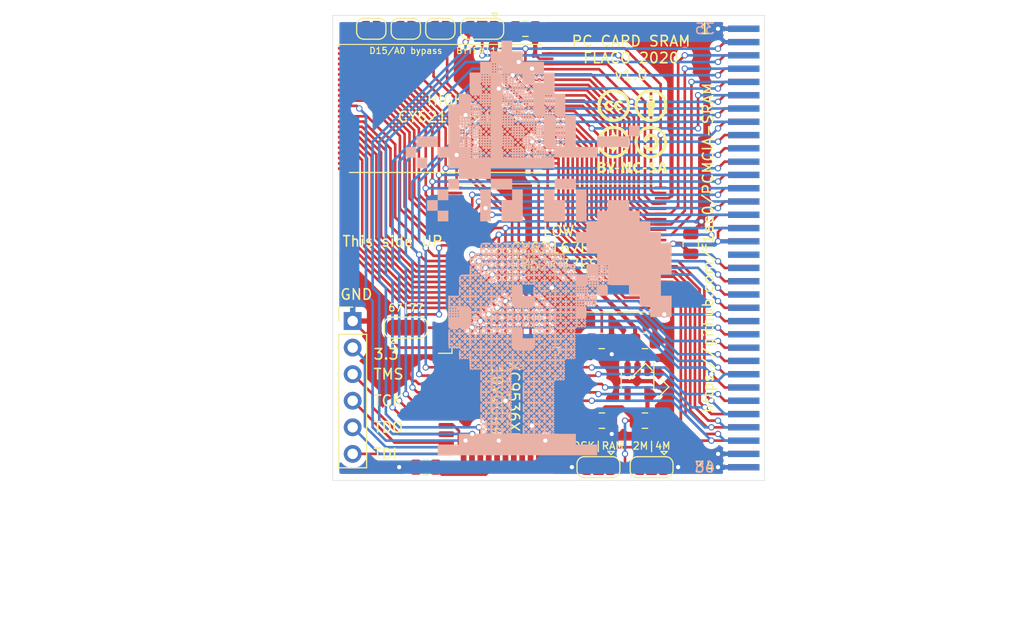
<source format=kicad_pcb>
(kicad_pcb (version 20211014) (generator pcbnew)
  (title_block (title "PCMCIA SRAM") (date "2020-11-17") (rev "v1.0") (company "FLACO 2019 - Creative Commons Attribution-ShareAlike 4.0 license") (comment 1 "Inspired by Sakura designs https://github.com/Sakura-IT/ppa-pcmcia-sram") (comment 2 "Simplified to use 5v parts available in 2020"))
  (layers (0 "F.Cu" signal) (31 "B.Cu" signal) (34 "B.Paste" user) (35 "F.Paste" user) (36 "B.SilkS" user "B.Silkscreen") (37 "F.SilkS" user "F.Silkscreen") (38 "B.Mask" user) (39 "F.Mask" user) (44 "Edge.Cuts" user))
  (net 0 "")
  (net 1 "GND")
  (net 2 "+5V")
  (net 3 "/D3")
  (net 4 "/D4")
  (net 5 "/D5")
  (net 6 "/D6")
  (net 7 "/D7")
  (net 8 "/_CE1")
  (net 9 "/A10")
  (net 10 "/_OE")
  (net 11 "/A11")
  (net 12 "/A9")
  (net 13 "/A8")
  (net 14 "/A13")
  (net 15 "/A14")
  (net 16 "/_WE")
  (net 17 "/A16")
  (net 18 "/A15")
  (net 19 "/A12")
  (net 20 "/A7")
  (net 21 "/A6")
  (net 22 "/A5")
  (net 23 "/A4")
  (net 24 "/A3")
  (net 25 "/A2")
  (net 26 "/A1")
  (net 27 "/A0")
  (net 28 "/D0")
  (net 29 "/D1")
  (net 30 "/D2")
  (net 31 "/D11")
  (net 32 "/D12")
  (net 33 "/D13")
  (net 34 "/D14")
  (net 35 "/D15")
  (net 36 "/_CE2")
  (net 37 "/A17")
  (net 38 "/A18")
  (net 39 "/A19")
  (net 40 "/A20")
  (net 41 "/A21")
  (net 42 "/_REG")
  (net 43 "/D8")
  (net 44 "/D9")
  (net 45 "/D10")
  (net 46 "/TDI")
  (net 47 "/TDO")
  (net 48 "/TCK")
  (net 49 "/TMS")
  (net 50 "/D15_A0")
  (net 51 "/RAM_SIZE")
  (net 52 "+3.3V")
  (net 53 "/CE_LOW")
  (net 54 "/DISK_RAM")
  (net 55 "/CE_HIGH")
  (net 56 "/_BYTE")
  (net 57 "/D15_A")
  (net 58 "/D15_A0_A")
  (net 59 "/_BYTE_A")
  (net 60 "/CE_SINGLE")
  (net 62 "/_VS1")
  (net 66 "/A22")
  (net 67 "/A23")
  (net 68 "/A24")
  (net 69 "/A25")
  (net 70 "/_VS2")
  (net 71 "/RESET")
  (net 72 "/_WAIT")
  (net 74 "/BVD2")
  (net 75 "/BVD1")
  (net 76 "Net-(U3-Pad12)")
  (footprint "Capacitor_SMD:C_0805_2012Metric" (layer "F.Cu") (at 195.58 112.395)
    (fp_text reference "C1" hide)
    (fp_text value "10u" hide)
  )
  (footprint "Capacitor_SMD:C_0805_2012Metric" (layer "F.Cu") (at 174.625 124.46 180)
    (fp_text reference "C5" hide)
    (fp_text value "100n" hide)
  )
  (footprint "Connector_PinHeader_2.54mm:PinHeader_1x06_P2.54mm_Vertical" (layer "F.Cu") (at 167.64 110.49)
    (fp_text reference "J2" hide)
    (fp_text value "JTAG")
  )
  (footprint "Jumper:SolderJumper-2_P1.3mm_Open_RoundedPad1.0x1.5mm" (layer "F.Cu") (at 176.022 82.55)
    (fp_text reference "JP1" hide)
    (fp_text value "D15 pcmcia")
  )
  (footprint "Jumper:SolderJumper-2_P1.3mm_Bridged_RoundedPad1.0x1.5mm" (layer "F.Cu") (at 172.72 82.55 180)
    (fp_text reference "JP2" hide)
    (fp_text value "D15 direct")
  )
  (footprint "Jumper:SolderJumper-2_P1.3mm_Open_RoundedPad1.0x1.5mm" (layer "F.Cu") (at 169.418 82.55 180)
    (fp_text reference "JP3" hide)
    (fp_text value "D15 A0")
  )
  (footprint "Package_TO_SOT_SMD:SOT-23-5" (layer "F.Cu") (at 194.8688 116.2304 -90)
    (fp_text reference "U1" hide)
    (fp_text value "SPX3819M5-L-3-3")
  )
  (footprint "Package_SO:TSOP-I-48_18.4x12mm_P0.5mm" (layer "F.Cu") (at 176.53 90.17)
    (fp_text reference "U4" hide)
    (fp_text value "CY62167ELL-45ZXI")
  )
  (footprint "Package_SO:TSOP-I-48_18.4x12mm_P0.5mm" (layer "F.Cu") (at 187.325 103.505)
    (fp_text reference "U3" hide)
    (fp_text value "CY62177ESL-55ZXI")
  )
  (footprint "Package_QFP:LQFP-44_10x10mm_P0.8mm" (layer "F.Cu") (at 182.245 118.11)
    (fp_text reference "U2" hide)
    (fp_text value "XC9536XL-VQ44")
  )
  (footprint "Capacitor_SMD:C_0805_2012Metric" (layer "F.Cu") (at 199.9615 103.124 90)
    (fp_text reference "C3" hide)
    (fp_text value "100n" hide)
  )
  (footprint "Jumper:SolderJumper-3_P1.3mm_Bridged12_RoundedPad1.0x1.5mm" (layer "F.Cu") (at 180.0225 82.55 180)
    (fp_text reference "JP7" hide)
    (fp_text value "_BYTE")
  )
  (footprint "Jumper:SolderJumper-3_P1.3mm_Bridged12_RoundedPad1.0x1.5mm" (layer "F.Cu") (at 196.215 124.46 180)
    (fp_text reference "JP4" hide)
    (fp_text value "RAM SIZE")
  )
  (footprint "Jumper:SolderJumper-3_P1.3mm_Bridged12_RoundedPad1.0x1.5mm" (layer "F.Cu") (at 191.135 124.46 180)
    (fp_text reference "JP6" hide)
    (fp_text value "DISK/RAM")
  )
  (footprint "Capacitor_SMD:C_0805_2012Metric" (layer "F.Cu") (at 191.4375 112.395)
    (fp_text reference "C7" hide)
    (fp_text value "100n" hide)
  )
  (footprint "Capacitor_SMD:C_0805_2012Metric" (layer "F.Cu") (at 184.15 82.55)
    (fp_text reference "C4" hide)
    (fp_text value "100n" hide)
  )
  (footprint "Capacitor_SMD:C_0805_2012Metric" (layer "F.Cu") (at 191.4675 120.015)
    (fp_text reference "C6" hide)
    (fp_text value "100n" hide)
  )
  (footprint "Capacitor_SMD:C_0805_2012Metric" (layer "F.Cu") (at 195.58 120.015)
    (fp_text reference "C2" hide)
    (fp_text value "10u" hide)
  )
  (footprint "Jumper:SolderJumper-3_P1.3mm_Bridged12_RoundedPad1.0x1.5mm" (layer "F.Cu") (at 172.72 111.125)
    (fp_text reference "JP5" hide)
    (fp_text value "CHIP SIZE")
  )
  (footprint "Sassa:CC_BY_NC_SA_square_silkscreen" (layer "F.Cu") (at 194.3735 92.329)
    (fp_text reference "FID1" hide)
    (fp_text value "License" hide)
  )
  (footprint "Sassa:SOT-23" (layer "F.Cu") (at 196.215 116.205 45)
    (fp_text reference "U11" hide)
    (fp_text value "XC6206PxxxMR")
  )
  (footprint "Sassa:PCMCIA_female_edge_connector" (layer "B.Cu") (at 207.645 103.505 -90)
    (fp_text reference "J1" hide)
    (fp_text value "PCMCIA")
  )
  (footprint "Sassa:PIC_Cassepanards_GS" (layer "B.Cu") (at 185.42 103.505 180)
    (fp_text reference "FID2" hide)
    (fp_text value "Logo" hide)
  )
  (gr_line (start 165.735 125.73) (end 165.735 81.28) (layer "Edge.Cuts") (width 0.05))
  (gr_line (start 207.01 125.73) (end 165.735 125.73) (layer "Edge.Cuts") (width 0.05))
  (gr_line (start 207.01 81.28) (end 207.01 125.73) (layer "Edge.Cuts") (width 0.05))
  (gr_line (start 165.735 81.28) (end 207.01 81.28) (layer "Edge.Cuts") (width 0.05))
  (gr_text "35" (at 201.295 82.55) (layer "B.SilkS") (effects (font (size 1 1)) (justify mirror)))
  (gr_text "68" (at 201.295 124.46) (layer "B.SilkS") (effects (font (size 1 1)) (justify mirror)))
  (gr_text "2M|4M" (at 196.215 122.428) (layer "F.SilkS") (effects (font (size 0.7 0.7) (thickness 0.12))))
  (gr_text "67|77" (at 172.72 109.22) (layer "F.SilkS") (effects (font (size 0.7 0.7) (thickness 0.12))))
  (gr_text "BYTE#|16b" (at 180.0225 84.6455) (layer "F.SilkS") (effects (font (size 0.6 0.6) (thickness 0.1))))
  (gr_text "D15/A0 bypass" (at 172.72 84.6455) (layer "F.SilkS") (effects (font (size 0.6 0.6) (thickness 0.1))))
  (gr_text "PC CARD SRAM\nFLACO 2020\nv1.0" (at 194.2465 85.344) (layer "F.SilkS") (effects (font (size 1 1))))
  (gr_text "TMS" (at 169.545 115.57) (layer "F.SilkS") (effects (font (size 1 1)) (justify left)))
  (gr_text "34" (at 201.295 124.46) (layer "F.SilkS") (effects (font (size 1 1))))
  (gr_text "3.3" (at 169.545 113.665) (layer "F.SilkS") (effects (font (size 1 1)) (justify left)))
  (gr_text "This side UP" (at 171.45 102.87) (layer "F.SilkS") (effects (font (size 1 1))))
  (gr_text "1" (at 201.295 82.55) (layer "F.SilkS") (effects (font (size 1 1))))
  (gr_text "DSK|RAM" (at 191.135 122.428) (layer "F.SilkS") (effects (font (size 0.7 0.7) (thickness 0.12))))
  (gr_text "XC9536XL\n10VQG44" (at 182.245 118.11 270) (layer "F.SilkS") (effects (font (size 1 1))))
  (gr_text "https://github.com/f1ac0/PCMCIA-SRAM" (at 201.6125 103.505 90) (layer "F.SilkS") (effects (font (size 1 1))))
  (gr_text "GND" (at 166.37 107.95) (layer "F.SilkS") (effects (font (size 1 1)) (justify left)))
  (gr_text "HIGH\nCY62167ELL" (at 176.53 90.17) (layer "F.SilkS") (effects (font (size 1 1))))
  (gr_text "TDI" (at 169.545 123.19) (layer "F.SilkS") (effects (font (size 1 1)) (justify left)))
  (gr_text "TCK" (at 169.545 118.11) (layer "F.SilkS") (effects (font (size 1 1)) (justify left)))
  (gr_text "LOW\nCY62167ELL\nCY62177ESL" (at 187.325 103.505) (layer "F.SilkS") (effects (font (size 1 1))))
  (gr_text "TDO" (at 169.545 120.65) (layer "F.SilkS") (effects (font (size 1 1)) (justify left)))
  (segment (start 194.8688 116.207697) (end 194.836142 116.240355) (width 0.4) (layer "F.Cu") (net 1))
  (segment (start 189.09 120.51) (end 189.865 121.285) (width 0.4) (layer "F.Cu") (net 1))
  (segment (start 192.375 113.635) (end 192.405 113.665) (width 0.4) (layer "F.Cu") (net 1))
  (segment (start 184.4805 120.51) (end 184.77 120.51) (width 0.4) (layer "F.Cu") (net 1))
  (segment (start 194.8688 115.1304) (end 194.8688 116.207697) (width 0.4) (layer "F.Cu") (net 1))
  (segment (start 198.12 108.255) (end 198.1835 108.3185) (width 0.4) (layer "F.Cu") (net 1))
  (segment (start 197.515 124.46) (end 198.755 124.46) (width 0.25) (layer "F.Cu") (net 1))
  (segment (start 194.836142 116.240355) (end 193.075355 116.240355) (width 0.4) (layer "F.Cu") (net 1))
  (segment (start 201.3 82.555) (end 198.125 82.555) (width 0.4) (layer "F.Cu") (net 1))
  (segment (start 197.075 98.755) (end 197.875 98.755) (width 0.25) (layer "F.Cu") (net 1))
  (segment (start 185.0875 85.0275) (end 185.48 85.42) (width 0.25) (layer "F.Cu") (net 1))
  (segment (start 198.12 116.84) (end 198.12 122.555) (width 0.4) (layer "F.Cu") (net 1))
  (segment (start 193.640033 108.255) (end 196.275 108.255) (width 0.25) (layer "F.Cu") (net 1))
  (segment (start 176.5825 116.51) (end 180.645 116.51) (width 0.4) (layer "F.Cu") (net 1))
  (segment (start 195.2475 121.285) (end 196.5175 120.015) (width 0.4) (layer "F.Cu") (net 1))
  (segment (start 202.57 124.465) (end 202.565 124.46) (width 0.4) (layer "F.Cu") (net 1))
  (segment (start 187.248209 94.92) (end 187.325 94.996791) (width 0.25) (layer "F.Cu") (net 1))
  (segment (start 187.9075 120.51) (end 189.09 120.51) (width 0.4) (layer "F.Cu") (net 1))
  (segment (start 187.325 94.996791) (end 187.325 101.939967) (width 0.25) (layer "F.Cu") (net 1))
  (segment (start 180.645 116.51) (end 181.945001 117.810001) (width 0.4) (layer "F.Cu") (net 1))
  (segment (start 192.405 115.57) (end 192.405 113.665) (width 0.4) (layer "F.Cu") (net 1))
  (segment (start 197.075 108.255) (end 198.12 108.255) (width 0.25) (layer "F.Cu") (net 1))
  (segment (start 198.12 116.205) (end 198.12 116.84) (width 0.4) (layer "F.Cu") (net 1))
  (segment (start 201.360001 100.787999) (end 200.447027 101.700973) (width 0.4) (layer "F.Cu") (net 1))
  (segment (start 182.245 123.7725) (end 182.245 122.7455) (width 0.4) (layer "F.Cu") (net 1))
  (segment (start 187.17 120.51) (end 187.9075 120.51) (width 0.4) (layer "F.Cu") (net 1))
  (segment (start 185.0875 82.55) (end 198.12 82.55) (width 0.4) (layer "F.Cu") (net 1))
  (segment (start 192.375 112.395) (end 192.375 113.635) (width 0.4) (layer "F.Cu") (net 1))
  (segment (start 173.364998 116.214998) (end 167.64 110.49) (width 0.25) (layer "F.Cu") (net 1))
  (segment (start 196.5175 120.015) (end 198.12 120.015) (width 0.4) (layer "F.Cu") (net 1))
  (segment (start 192.405 120.015) (end 192.405 121.285) (width 0.4) (layer "F.Cu") (net 1))
  (segment (start 205.025 124.465) (end 202.57 124.465) (width 0.4) (layer "F.Cu") (net 1))
  (segment (start 197.875 98.755) (end 198.12 98.51) (width 0.25) (layer "F.Cu") (net 1))
  (segment (start 197.95 108.755) (end 198.12 108.585) (width 0.25) (layer "F.Cu") (net 1))
  (segment (start 198.1835 112.3315) (end 198.12 112.395) (width 0.4) (layer "F.Cu") (net 1))
  (segment (start 201.3 82.555) (end 201.305 82.55) (width 0.4) (layer "F.Cu") (net 1))
  (segment (start 198.12 98.51) (end 198.12 82.55) (width 0.4) (layer "F.Cu") (net 1))
  (segment (start 194.836142 116.240355) (end 196.303757 116.240355) (width 0.4) (layer "F.Cu") (net 1))
  (segment (start 189.835 124.46) (end 188.595 124.46) (width 0.25) (layer "F.Cu") (net 1))
  (segment (start 198.12 82.55) (end 198.125 82.555) (width 0.4) (layer "F.Cu") (net 1))
  (segment (start 187.248209 95.42) (end 186.28 95.42) (width 0.25) (layer "F.Cu") (net 1))
  (segment (start 201.360001 82.615001) (end 201.360001 100.787999) (width 0.4) (layer "F.Cu") (net 1))
  (segment (start 182.245 122.7455) (end 184.4805 120.51) (width 0.4) (layer "F.Cu") (net 1))
  (segment (start 173.6875 124.46) (end 172.085 124.46) (width 0.4) (layer "F.Cu") (net 1))
  (segment (start 173.950004 116.51) (end 173.655002 116.214998) (width 0.25) (layer "F.Cu") (net 1))
  (segment (start 205.105 82.555) (end 202.57 82.555) (width 0.4) (layer "F.Cu") (net 1))
  (segment (start 187.325 101.939967) (end 193.640033 108.255) (width 0.25) (layer "F.Cu") (net 1))
  (segment (start 192.405 121.285) (end 195.2475 121.285) (width 0.4) (layer "F.Cu") (net 1))
  (segment (start 196.303757 116.240355) (end 196.903402 116.84) (width 0.4) (layer "F.Cu") (net 1))
  (segment (start 173.655002 116.214998) (end 173.364998 116.214998) (width 0.25) (layer "F.Cu") (net 1))
  (segment (start 202.57 82.555) (end 202.565 82.55) (width 0.4) (layer "F.Cu") (net 1))
  (segment (start 202.140736 82.55) (end 202.565 82.55) (width 0.4) (layer "F.Cu") (net 1))
  (segment (start 198.1835 108.3185) (end 198.1835 112.3315) (width 0.4) (layer "F.Cu") (net 1))
  (segment (start 196.5175 112.395) (end 198.12 112.395) (width 0.4) (layer "F.Cu") (net 1))
  (segment (start 201.3 82.555) (end 201.360001 82.615001) (width 0.4) (layer "F.Cu") (net 1))
  (segment (start 198.76 123.195) (end 205.025 123.195) (width 0.4) (layer "F.Cu") (net 1))
  (segment (start 198.12 112.395) (end 198.12 116.205) (width 0.4) (layer "F.Cu") (net 1))
  (segment (start 197.075 108.755) (end 197.95 108.755) (width 0.25) (layer "F.Cu") (net 1))
  (segment (start 196.275 108.255) (end 197.075 108.255) (width 0.25) (layer "F.Cu") (net 1))
  (segment (start 189.865 121.285) (end 192.405 121.285) (width 0.4) (layer "F.Cu") (net 1))
  (segment (start 186.28 94.92) (end 187.248209 94.92) (width 0.25) (layer "F.Cu") (net 1))
  (segment (start 185.48 85.42) (end 186.28 85.42) (width 0.25) (layer "F.Cu") (net 1))
  (segment (start 184.77 120.51) (end 187.17 120.51) (width 0.4) (layer "F.Cu") (net 1))
  (segment (start 176.5825 116.51) (end 173.950004 116.51) (width 0.25) (layer "F.Cu") (net 1))
  (segment (start 200.447027 101.700973) (end 199.9615 102.1865) (width 0.4) (layer "F.Cu") (net 1))
  (segment (start 181.945001 117.810001) (end 182.245 118.11) (width 0.4) (layer "F.Cu") (net 1))
  (segment (start 198.12 122.555) (end 198.76 123.195) (width 0.4) (layer "F.Cu") (net 1))
  (segment (start 185.0875 82.55) (end 185.0875 85.0275) (width 0.4) (layer "F.Cu") (net 1))
  (segment (start 193.075355 116.240355) (end 192.405 115.57) (width 0.4) (layer "F.Cu") (net 1))
  (segment (start 201.305 82.55) (end 202.140736 82.55) (width 0.4) (layer "F.Cu") (net 1))
  (segment (start 187.325 95.496791) (end 187.248209 95.42) (width 0.25) (layer "F.Cu") (net 1))
  (segment (start 196.903402 116.84) (end 198.12 116.84) (width 0.4) (layer "F.Cu") (net 1))
  (via (at 202.565 82.55) (size 0.6) (drill 0.4) (layers "F.Cu" "B.Cu") (net 1))
  (via (at 182.245 118.11) (size 0.6) (drill 0.4) (layers "F.Cu" "B.Cu") (net 1))
  (via (at 198.755 124.46) (size 0.6) (drill 0.4) (layers "F.Cu" "B.Cu") (net 1))
  (via (at 172.085 124.46) (size 0.6) (drill 0.4) (layers "F.Cu" "B.Cu") (net 1))
  (via (at 200.9775 100.965) (size 0.6) (drill 0.4) (layers "F.Cu" "B.Cu") (net 1))
  (via (at 186.69 107.315) (size 0.6) (drill 0.4) (layers "F.Cu" "B.Cu") (net 1))
  (via (at 202.57 123.195) (size 0.6) (drill 0.4) (layers "F.Cu" "B.Cu") (net 1))
  (via (at 202.565 124.46) (size 0.6) (drill 0.4) (layers "F.Cu" "B.Cu") (net 1))
  (via (at 192.405 113.665) (size 0.6) (drill 0.4) (layers "F.Cu" "B.Cu") (net 1))
  (via (at 184.77 120.51) (size 0.6) (drill 0.4) (layers "F.Cu" "B.Cu") (net 1))
  (via (at 188.595 124.46) (size 0.6) (drill 0.4) (layers "F.Cu" "B.Cu") (net 1))
  (via (at 192.405 121.285) (size 0.6) (drill 0.4) (layers "F.Cu" "B.Cu") (net 1))
  (segment (start 203.835 123.19) (end 203.835 123.19) (width 0.4) (layer "B.Cu") (net 1))
  (segment (start 200.9775 100.965) (end 181.954998 100.965) (width 0.25) (layer "B.Cu") (net 1))
  (segment (start 198.755 124.46) (end 203.835 124.46) (width 0.4) (layer "B.Cu") (net 1))
  (segment (start 205.1 83.825) (end 203.205 83.825) (width 0.4) (layer "B.Cu") (net 1))
  (segment (start 205.025 124.465) (end 202.57 124.465) (width 0.4) (layer "B.Cu") (net 1))
  (segment (start 191.980736 113.665) (end 192.405 113.665) (width 0.4) (layer "B.Cu") (net 1))
  (segment (start 203.205 83.825) (end 202.565 83.185) (width 0.4) (layer "B.Cu") (net 1))
  (segment (start 202.57 82.555) (end 202.565 82.55) (width 0.4) (layer "B.Cu") (net 1))
  (segment (start 181.954998 100.965) (end 181.61 100.965) (width 0.25) (layer "B.Cu") (net 1))
  (segment (start 181.61 100.965) (end 181.229 101.346) (width 0.25) (layer "B.Cu") (net 1))
  (segment (start 203.835 124.46) (end 202.565 124.46) (width 0.4) (layer "B.Cu") (net 1))
  (segment (start 188.595 124.46) (end 198.755 124.46) (width 0.4) (layer "B.Cu") (net 1))
  (segment (start 184.77 120.51) (end 182.37 118.11) (width 0.4) (layer "B.Cu") (net 1))
  (segment (start 202.565 83.185) (end 202.565 82.55) (width 0.4) (layer "B.Cu") (net 1))
  (segment (start 205.025 123.195) (end 202.57 123.195) (width 0.4) (layer "B.Cu") (net 1))
  (segment (start 186.69 113.665) (end 191.980736 113.665) (width 0.4) (layer "B.Cu") (net 1))
  (segment (start 202.565 124.46) (end 202.565 123.2) (width 0.4) (layer "B.Cu") (net 1))
  (segment (start 182.245 118.11) (end 186.69 113.665) (width 0.4) (layer "B.Cu") (net 1))
  (segment (start 182.37 118.11) (end 182.245 118.11) (width 0.4) (layer "B.Cu") (net 1))
  (segment (start 202.565 123.2) (end 202.57 123.195) (width 0.4) (layer "B.Cu") (net 1))
  (segment (start 205.105 82.555) (end 202.57 82.555) (width 0.4) (layer "B.Cu") (net 1))
  (segment (start 172.085 124.46) (end 188.595 124.46) (width 0.4) (layer "B.Cu") (net 1))
  (segment (start 202.57 124.465) (end 202.565 124.46) (width 0.4) (layer "B.Cu") (net 1))
  (segment (start 183.2125 82.55) (end 182.245 82.55) (width 0.4) (layer "F.Cu") (net 2))
  (segment (start 202.57 102.875) (end 202.565 102.87) (width 0.4) (layer "F.Cu") (net 2))
  (segment (start 195.8188 115.1304) (end 196.554614 115.1304) (width 0.4) (layer "F.Cu") (net 2))
  (segment (start 184.4 89.92) (end 182.245 87.765) (width 0.4) (layer "F.Cu") (net 2))
  (segment (start 198.998436 103.098436) (end 199.9615 104.0615) (width 0.4) (layer "F.Cu") (net 2))
  (segment (start 195.8188 115.1304) (end 195.8188 113.5713) (width 0.4) (layer "F.Cu") (net 2))
  (segment (start 193.9188 113.1187) (end 194.6425 112.395) (width 0.4) (layer "F.Cu") (net 2))
  (segment (start 205.025 101.605) (end 202.941 101.605) (width 0.25) (layer "F.Cu") (net 2))
  (segment (start 187.08 89.92) (end 186.28 89.92) (width 0.25) (layer "F.Cu") (net 2))
  (segment (start 202.565 101.981) (end 202.565 102.87) (width 0.25) (layer "F.Cu") (net 2))
  (segment (start 189.616411 89.92) (end 187.08 89.92) (width 0.25) (layer "F.Cu") (net 2))
  (segment (start 198.278936 103.098436) (end 198.998436 103.098436) (width 0.4) (layer "F.Cu") (net 2))
  (segment (start 195.004133 103.255) (end 191.82511 100.075977) (width 0.25) (layer "F.Cu") (net 2))
  (segment (start 186.28 89.92) (end 184.4 89.92) (width 0.25) (layer "F.Cu") (net 2))
  (segment (start 182.245 87.765) (end 182.245 83.82) (width 0.4) (layer "F.Cu") (net 2))
  (segment (start 193.9188 115.1304) (end 193.9188 113.1187) (width 0.4) (layer "F.Cu") (net 2))
  (segment (start 202.941 101.605) (end 202.565 101.981) (width 0.25) (layer "F.Cu") (net 2))
  (segment (start 191.82511 100.075977) (end 191.82511 92.128699) (width 0.25) (layer "F.Cu") (net 2))
  (segment (start 186.989999 103.487499) (end 186.69 103.1875) (width 0.4) (layer "F.Cu") (net 2))
  (segment (start 182.245 83.82) (end 182.245 82.55) (width 0.4) (layer "F.Cu") (net 2))
  (segment (start 194.6425 111.14) (end 186.989999 103.487499) (width 0.4) (layer "F.Cu") (net 2))
  (segment (start 195.8188 113.5713) (end 194.6425 112.395) (width 0.4) (layer "F.Cu") (net 2))
  (segment (start 196.554614 115.1304) (end 196.922107 115.497893) (width 0.4) (layer "F.Cu") (net 2))
  (segment (start 198.122372 103.255) (end 198.278936 103.098436) (width 0.25) (layer "F.Cu") (net 2))
  (segment (start 197.075 103.255) (end 198.122372 103.255) (width 0.25) (layer "F.Cu") (net 2))
  (segment (start 205.025 102.875) (end 202.57 102.875) (width 0.4) (layer "F.Cu") (net 2))
  (segment (start 197.075 103.255) (end 195.004133 103.255) (width 0.25) (layer "F.Cu") (net 2))
  (segment (start 182.245 82.55) (end 181.3225 82.55) (width 0.4) (layer "F.Cu") (net 2))
  (segment (start 194.6425 112.395) (end 194.6425 111.14) (width 0.4) (layer "F.Cu") (net 2))
  (segment (start 191.82511 92.128699) (end 189.616411 89.92) (width 0.25) (layer "F.Cu") (net 2))
  (via (at 202.565 102.87) (size 0.6) (drill 0.4) (layers "F.Cu" "B.Cu") (net 2))
  (via (at 198.278936 103.098436) (size 0.6) (drill 0.4) (layers "F.Cu" "B.Cu") (net 2))
  (via (at 186.69 103.1875) (size 0.6) (drill 0.4) (layers "F.Cu" "B.Cu") (net 2))
  (segment (start 202.2475 103.1875) (end 202.565 102.87) (width 0.4) (layer "B.Cu") (net 2))
  (segment (start 205.025 102.875) (end 202.57 102.875) (width 0.4) (layer "B.Cu") (net 2))
  (segment (start 186.69 103.1875) (end 202.2475 103.1875) (width 0.4) (layer "B.Cu") (net 2))
  (segment (start 202.57 102.875) (end 202.565 102.87) (width 0.4) (layer "B.Cu") (net 2))
  (segment (start 184.15 84.882871) (end 184.15 84.458607) (width 0.25) (layer "F.Cu") (net 3))
  (segment (start 197.075 100.755) (end 195.729356 100.755) (width 0.25) (layer "F.Cu") (net 3))
  (segment (start 194.075165 91.196699) (end 190.298466 87.42) (width 0.25) (layer "F.Cu") (net 3))
  (segment (start 203.195 83.825) (end 202.565 84.455) (width 0.25) (layer "F.Cu") (net 3))
  (segment (start 187.08 87.42) (end 186.28 87.42) (width 0.25) (layer "F.Cu") (net 3))
  (segment (start 190.298466 87.42) (end 187.08 87.42) (width 0.25) (layer "F.Cu") (net 3))
  (segment (start 205.025 83.825) (end 203.195 83.825) (width 0.25) (layer "F.Cu") (net 3))
  (segment (start 179.845 120.79) (end 179.705 120.65) (width 0.25) (layer "F.Cu") (net 3))
  (segment (start 195.729356 100.755) (end 194.075165 99.100809) (width 0.25) (layer "F.Cu") (net 3))
  (segment (start 184.15 86.650002) (end 184.15 84.882871) (width 0.25) (layer "F.Cu") (net 3))
  (segment (start 179.845 123.7725) (end 179.845 120.79) (width 0.25) (layer "F.Cu") (net 3))
  (segment (start 184.919998 87.42) (end 184.15 86.650002) (width 0.25) (layer "F.Cu") (net 3))
  (segment (start 186.28 87.42) (end 184.919998 87.42) (width 0.25) (layer "F.Cu") (net 3))
  (segment (start 194.075165 99.100809) (end 194.075165 91.196699) (width 0.25) (layer "F.Cu") (net 3))
  (via (at 179.705 120.65) (size 0.6) (drill 0.4) (layers "F.Cu" "B.Cu") (net 3))
  (via (at 202.565 84.455) (size 0.6) (drill 0.4) (layers "F.Cu" "B.Cu") (net 3))
  (via (at 184.15 84.458607) (size 0.6) (drill 0.4) (layers "F.Cu" "B.Cu") (net 3))
  (segment (start 170.18 106.68) (end 170.18 93.34641) (width 0.25) (layer "B.Cu") (net 3))
  (segment (start 170.18 93.34641) (end 179.07141 84.455) (width 0.25) (layer "B.Cu") (net 3))
  (segment (start 179.07141 84.455) (end 202.140736 84.455) (width 0.25) (layer "B.Cu") (net 3))
  (segment (start 170.815 107.315) (end 170.18 106.68) (width 0.25) (layer "B.Cu") (net 3))
  (segment (start 170.815 119.38) (end 170.815 107.315) (width 0.25) (layer "B.Cu") (net 3))
  (segment (start 202.140736 84.455) (end 202.565 84.455) (width 0.25) (layer "B.Cu") (net 3))
  (segment (start 179.705 120.65) (end 172.085 120.65) (width 0.25) (layer "B.Cu") (net 3))
  (segment (start 172.085 120.65) (end 170.815 119.38) (width 0.25) (layer "B.Cu") (net 3))
  (segment (start 203.195 85.095) (end 202.864999 85.425001) (width 0.25) (layer "F.Cu") (net 4))
  (segment (start 205.025 85.095) (end 203.195 85.095) (width 0.25) (layer "F.Cu") (net 4))
  (segment (start 202.864999 85.425001) (end 202.565 85.725) (width 0.25) (layer "F.Cu") (net 4))
  (segment (start 185.150736 88.42) (end 183.570011 86.839275) (width 0.25) (layer "F.Cu") (net 4))
  (segment (start 195.413363 101.755) (end 193.175143 99.51678) (width 0.25) (layer "F.Cu") (net 4))
  (segment (start 190.025644 88.42) (end 187.08 88.42) (width 0.25) (layer "F.Cu") (net 4))
  (segment (start 183.570011 86.839275) (end 183.570011 86.204275) (width 0.25) (layer "F.Cu") (net 4))
  (segment (start 176.5825 119.71) (end 172.415 119.71) (width 0.25) (layer "F.Cu") (net 4))
  (segment (start 193.175143 99.51678) (end 193.175143 91.569499) (width 0.25) (layer "F.Cu") (net 4))
  (segment (start 183.570011 86.204275) (end 183.515 86.149264) (width 0.25) (layer "F.Cu") (net 4))
  (segment (start 172.415 119.71) (end 171.45 118.745) (width 0.25) (layer "F.Cu") (net 4))
  (segment (start 193.175143 91.569499) (end 190.025644 88.42) (width 0.25) (layer "F.Cu") (net 4))
  (segment (start 183.515 86.149264) (end 183.515 85.725) (width 0.25) (layer "F.Cu") (net 4))
  (segment (start 186.28 88.42) (end 185.150736 88.42) (width 0.25) (layer "F.Cu") (net 4))
  (segment (start 187.08 88.42) (end 186.28 88.42) (width 0.25) (layer "F.Cu") (net 4))
  (segment (start 197.075 101.755) (end 195.413363 101.755) (width 0.25) (layer "F.Cu") (net 4))
  (via (at 171.45 118.745) (size 0.6) (drill 0.4) (layers "F.Cu" "B.Cu") (net 4))
  (via (at 183.515 85.725) (size 0.6) (drill 0.4) (layers "F.Cu" "B.Cu") (net 4))
  (via (at 202.565 85.725) (size 0.6) (drill 0.4) (layers "F.Cu" "B.Cu") (net 4))
  (segment (start 170.815 106.045) (end 170.815 93.34782) (width 0.25) (layer "B.Cu") (net 4))
  (segment (start 171.45 106.68) (end 170.815 106.045) (width 0.25) (layer "B.Cu") (net 4))
  (segment (start 171.45 118.745) (end 171.45 106.68) (width 0.25) (layer "B.Cu") (net 4))
  (segment (start 202.140736 85.725) (end 202.565 85.725) (width 0.25) (layer "B.Cu") (net 4))
  (segment (start 178.43782 85.725) (end 202.140736 85.725) (width 0.25) (layer "B.Cu") (net 4))
  (segment (start 170.815 93.34782) (end 178.43782 85.725) (width 0.25) (layer "B.Cu") (net 4))
  (segment (start 176.5825 118.91) (end 172.885 118.91) (width 0.25) (layer "F.Cu") (net 5))
  (segment (start 195.140543 102.755) (end 192.275121 99.889578) (width 0.25) (layer "F.Cu") (net 5))
  (segment (start 205.025 86.365) (end 203.195 86.365) (width 0.25) (layer "F.Cu") (net 5))
  (segment (start 203.195 86.365) (end 202.565 86.995) (width 0.25) (layer "F.Cu") (net 5))
  (segment (start 189.752822 89.42) (end 187.08 89.42) (width 0.25) (layer "F.Cu") (net 5))
  (segment (start 185.37301 89.42) (end 183.245009 87.291999) (width 0.25) (layer "F.Cu") (net 5))
  (segment (start 186.28 89.42) (end 185.37301 89.42) (width 0.25) (layer "F.Cu") (net 5))
  (segment (start 172.885 118.91) (end 172.085 118.11) (width 0.25) (layer "F.Cu") (net 5))
  (segment (start 192.275121 91.942299) (end 189.752822 89.42) (width 0.25) (layer "F.Cu") (net 5))
  (segment (start 187.08 89.42) (end 186.28 89.42) (width 0.25) (layer "F.Cu") (net 5))
  (segment (start 192.275121 99.889578) (end 192.275121 91.942299) (width 0.25) (layer "F.Cu") (net 5))
  (segment (start 197.075 102.755) (end 195.140543 102.755) (width 0.25) (layer "F.Cu") (net 5))
  (segment (start 183.245009 87.291999) (end 182.94501 86.992) (width 0.25) (layer "F.Cu") (net 5))
  (via (at 182.94501 86.992) (size 0.6) (drill 0.4) (layers "F.Cu" "B.Cu") (net 5))
  (via (at 172.085 118.11) (size 0.6) (drill 0.4) (layers "F.Cu" "B.Cu") (net 5))
  (via (at 202.565 86.995) (size 0.6) (drill 0.4) (layers "F.Cu" "B.Cu") (net 5))
  (segment (start 179.708 86.992) (end 182.520746 86.992) (width 0.25) (layer "B.Cu") (net 5))
  (segment (start 171.45 95.25) (end 179.708 86.992) (width 0.25) (layer "B.Cu") (net 5))
  (segment (start 182.94501 86.992) (end 202.562 86.992) (width 0.25) (layer "B.Cu") (net 5))
  (segment (start 171.45 105.41) (end 171.45 95.25) (width 0.25) (layer "B.Cu") (net 5))
  (segment (start 172.085 118.11) (end 172.085 106.045) (width 0.25) (layer "B.Cu") (net 5))
  (segment (start 172.085 106.045) (end 171.45 105.41) (width 0.25) (layer "B.Cu") (net 5))
  (segment (start 202.562 86.992) (end 202.565 86.995) (width 0.25) (layer "B.Cu") (net 5))
  (segment (start 182.520746 86.992) (end 182.94501 86.992) (width 0.25) (layer "B.Cu") (net 5))
  (segment (start 194.731313 104.255) (end 190.925088 100.448775) (width 0.25) (layer "F.Cu") (net 6))
  (segment (start 183.840736 90.92) (end 181.61 88.689264) (width 0.25) (layer "F.Cu") (net 6))
  (segment (start 205.025 87.635) (end 203.195 87.635) (width 0.25) (layer "F.Cu") (net 6))
  (segment (start 187.08 90.92) (end 186.28 90.92) (width 0.25) (layer "F.Cu") (net 6))
  (segment (start 176.5825 118.11) (end 173.354992 118.11) (width 0.25) (layer "F.Cu") (net 6))
  (segment (start 173.354992 118.11) (end 172.72 117.475008) (width 0.25) (layer "F.Cu") (net 6))
  (segment (start 203.195 87.635) (end 202.565 88.265) (width 0.25) (layer "F.Cu") (net 6))
  (segment (start 190.925088 93.442711) (end 188.402377 90.92) (width 0.25) (layer "F.Cu") (net 6))
  (segment (start 188.402377 90.92) (end 187.08 90.92) (width 0.25) (layer "F.Cu") (net 6))
  (segment (start 190.925088 100.448775) (end 190.925088 93.442711) (width 0.25) (layer "F.Cu") (net 6))
  (segment (start 197.075 104.255) (end 194.731313 104.255) (width 0.25) (layer "F.Cu") (net 6))
  (segment (start 181.61 88.689264) (end 181.61 88.265) (width 0.25) (layer "F.Cu") (net 6))
  (segment (start 186.28 90.92) (end 183.840736 90.92) (width 0.25) (layer "F.Cu") (net 6))
  (via (at 181.61 88.265) (size 0.6) (drill 0.4) (layers "F.Cu" "B.Cu") (net 6))
  (via (at 202.565 88.265) (size 0.6) (drill 0.4) (layers "F.Cu" "B.Cu") (net 6))
  (via (at 172.72 117.475008) (size 0.6) (drill 0.4) (layers "F.Cu" "B.Cu") (net 6))
  (segment (start 172.72 117.475008) (end 172.72 105.41) (width 0.25) (layer "B.Cu") (net 6))
  (segment (start 179.07141 88.265) (end 202.140736 88.265) (width 0.25) (layer "B.Cu") (net 6))
  (segment (start 172.085 95.25141) (end 179.07141 88.265) (width 0.25) (layer "B.Cu") (net 6))
  (segment (start 202.140736 88.265) (end 202.565 88.265) (width 0.25) (layer "B.Cu") (net 6))
  (segment (start 172.085 104.775) (end 172.085 95.25141) (width 0.25) (layer "B.Cu") (net 6))
  (segment (start 172.72 105.41) (end 172.085 104.775) (width 0.25) (layer "B.Cu") (net 6))
  (segment (start 205.025 88.905) (end 203.195 88.905) (width 0.25) (layer "F.Cu") (net 7))
  (segment (start 194.609999 89.834999) (end 194.31 89.535) (width 0.25) (layer "F.Cu") (net 7))
  (segment (start 186.28 86.42) (end 191.195 86.42) (width 0.25) (layer "F.Cu") (net 7))
  (segment (start 203.195 88.905) (end 202.864999 89.235001) (width 0.25) (layer "F.Cu") (net 7))
  (segment (start 197.075 99.755) (end 196.002178 99.755) (width 0.25) (layer "F.Cu") (net 7))
  (segment (start 194.975187 90.200187) (end 194.609999 89.834999) (width 0.25) (layer "F.Cu") (net 7))
  (segment (start 176.5825 117.31) (end 173.825 117.31) (width 0.25) (layer "F.Cu") (net 7))
  (segment (start 194.975187 98.728009) (end 194.975187 90.200187) (width 0.25) (layer "F.Cu") (net 7))
  (segment (start 196.002178 99.755) (end 194.975187 98.728009) (width 0.25) (layer "F.Cu") (net 7))
  (segment (start 202.864999 89.235001) (end 202.565 89.535) (width 0.25) (layer "F.Cu") (net 7))
  (segment (start 194.010001 89.235001) (end 194.31 89.535) (width 0.25) (layer "F.Cu") (net 7))
  (segment (start 173.825 117.31) (end 173.355 116.84) (width 0.25) (layer "F.Cu") (net 7))
  (segment (start 191.195 86.42) (end 194.010001 89.235001) (width 0.25) (layer "F.Cu") (net 7))
  (via (at 202.565 89.535) (size 0.6) (drill 0.4) (layers "F.Cu" "B.Cu") (net 7))
  (via (at 194.31 89.535) (size 0.6) (drill 0.4) (layers "F.Cu" "B.Cu") (net 7))
  (via (at 173.355 116.84) (size 0.6) (drill 0.4) (layers "F.Cu" "B.Cu") (net 7))
  (segment (start 172.72 104.14) (end 172.72 95.25282) (width 0.25) (layer "B.Cu") (net 7))
  (segment (start 173.355 104.775) (end 172.72 104.14) (width 0.25) (layer "B.Cu") (net 7))
  (segment (start 202.140736 89.535) (end 202.565 89.535) (width 0.25) (layer "B.Cu") (net 7))
  (segment (start 173.355 116.84) (end 173.355 104.775) (width 0.25) (layer "B.Cu") (net 7))
  (segment (start 172.72 95.25282) (end 178.43782 89.535) (width 0.25) (layer "B.Cu") (net 7))
  (segment (start 178.43782 89.535) (end 202.140736 89.535) (width 0.25) (layer "B.Cu") (net 7))
  (segment (start 168.671288 91.42) (end 167.58 91.42) (width 0.25) (layer "F.Cu") (net 8))
  (segment (start 171.255089 101.398747) (end 171.255089 94.003801) (width 0.25) (layer "F.Cu") (net 8))
  (segment (start 177.575 104.755) (end 174.611342 104.755) (width 0.25) (layer "F.Cu") (net 8))
  (segment (start 174.611342 104.755) (end 171.255089 101.398747) (width 0.25) (layer "F.Cu") (net 8))
  (segment (start 167.58 91.42) (end 166.78 91.42) (width 0.25) (layer "F.Cu") (net 8))
  (segment (start 176.5825 115.71) (end 174.13 115.71) (width 0.25) (layer "F.Cu") (net 8))
  (segment (start 174.13 115.71) (end 173.99 115.57) (width 0.25) (layer "F.Cu") (net 8))
  (segment (start 202.864999 90.505001) (end 202.565 90.805) (width 0.25) (layer "F.Cu") (net 8))
  (segment (start 171.255089 94.003801) (end 168.671288 91.42) (width 0.25) (layer "F.Cu") (net 8))
  (segment (start 205.025 90.175) (end 203.195 90.175) (width 0.25) (layer "F.Cu") (net 8))
  (segment (start 203.195 90.175) (end 202.864999 90.505001) (width 0.25) (layer "F.Cu") (net 8))
  (via (at 202.565 90.805) (size 0.6) (drill 0.4) (layers "F.Cu" "B.Cu") (net 8))
  (via (at 173.99 104.14) (size 0.6) (drill 0.4) (layers "F.Cu" "B.Cu") (net 8))
  (via (at 173.99 115.57) (size 0.6) (drill 0.4) (layers "F.Cu" "B.Cu") (net 8))
  (segment (start 173.99 115.57) (end 173.99 104.14) (width 0.25) (layer "B.Cu") (net 8))
  (segment (start 173.355 103.505) (end 173.355 97.15641) (width 0.25) (layer "B.Cu") (net 8))
  (segment (start 202.140736 90.805) (end 202.565 90.805) (width 0.25) (layer "B.Cu") (net 8))
  (segment (start 179.70641 90.805) (end 202.140736 90.805) (width 0.25) (layer "B.Cu") (net 8))
  (segment (start 173.355 97.15641) (end 179.70641 90.805) (width 0.25) (layer "B.Cu") (net 8))
  (segment (start 173.99 104.14) (end 173.355 103.505) (width 0.25) (layer "B.Cu") (net 8))
  (segment (start 187.08 84.42) (end 186.28 84.42) (width 0.25) (layer "F.Cu") (net 9))
  (segment (start 205.025 91.445) (end 203.195 91.445) (width 0.25) (layer "F.Cu") (net 9))
  (segment (start 202.864999 91.775001) (end 202.565 92.075) (width 0.25) (layer "F.Cu") (net 9))
  (segment (start 203.195 91.445) (end 202.864999 91.775001) (width 0.25) (layer "F.Cu") (net 9))
  (segment (start 197.075 97.755) (end 197.075 87.855) (width 0.25) (layer "F.Cu") (net 9))
  (segment (start 197.075 87.855) (end 193.64 84.42) (width 0.25) (layer "F.Cu") (net 9))
  (segment (start 193.64 84.42) (end 187.08 84.42) (width 0.25) (layer "F.Cu") (net 9))
  (via (at 197.075 92.71) (size 0.6) (drill 0.4) (layers "F.Cu" "B.Cu") (net 9))
  (via (at 202.565 92.075) (size 0.6) (drill 0.4) (layers "F.Cu" "B.Cu") (net 9))
  (segment (start 197.075 92.71) (end 201.93 92.71) (width 0.25) (layer "B.Cu") (net 9))
  (segment (start 201.93 92.71) (end 202.565 92.075) (width 0.25) (layer "B.Cu") (net 9))
  (segment (start 185.48 94.42) (end 184.785 93.725) (width 0.25) (layer "F.Cu") (net 10))
  (segment (start 193.776443 107.755) (end 187.775011 101.753568) (width 0.25) (layer "F.Cu") (net 10))
  (segment (start 205.025 92.715) (end 203.195 92.715) (width 0.25) (layer "F.Cu") (net 10))
  (segment (start 187.775011 94.747511) (end 187.4475 94.42) (width 0.25) (layer "F.Cu") (net 10))
  (segment (start 191.4525 113.10251) (end 190.44501 114.11) (width 0.25) (layer "F.Cu") (net 10))
  (segment (start 187.08 94.42) (end 186.28 94.42) (width 0.25) (layer "F.Cu") (net 10))
  (segment (start 197.075 107.755) (end 193.776443 107.755) (width 0.25) (layer "F.Cu") (net 10))
  (segment (start 185.42 103.505) (end 191.4525 109.5375) (width 0.25) (layer "F.Cu") (net 10))
  (segment (start 187.4475 94.42) (end 187.08 94.42) (width 0.25) (layer "F.Cu") (net 10))
  (segment (start 203.195 92.715) (end 202.864999 93.045001) (width 0.25) (layer "F.Cu") (net 10))
  (segment (start 186.28 94.42) (end 185.48 94.42) (width 0.25) (layer "F.Cu") (net 10))
  (segment (start 187.775011 101.753568) (end 187.775011 94.747511) (width 0.25) (layer "F.Cu") (net 10))
  (segment (start 190.44501 114.11) (end 189.42 114.11) (width 0.25) (layer "F.Cu") (net 10))
  (segment (start 184.785 93.725) (end 184.785 93.345) (width 0.25) (layer "F.Cu") (net 10))
  (segment (start 191.4525 109.5375) (end 191.4525 113.10251) (width 0.25) (layer "F.Cu") (net 10))
  (segment (start 184.785 96.52) (end 185.42 97.155) (width 0.25) (layer "F.Cu") (net 10))
  (segment (start 202.864999 93.045001) (end 202.565 93.345) (width 0.25) (layer "F.Cu") (net 10))
  (segment (start 184.785 93.345) (end 184.785 96.52) (width 0.25) (layer "F.Cu") (net 10))
  (segment (start 185.42 97.155) (end 185.42 103.505) (width 0.25) (layer "F.Cu") (net 10))
  (segment (start 189.42 114.11) (end 187.9075 114.11) (width 0.25) (layer "F.Cu") (net 10))
  (via (at 202.565 93.345) (size 0.6) (drill 0.4) (layers "F.Cu" "B.Cu") (net 10))
  (via (at 184.785 93.345) (size 0.6) (drill 0.4) (layers "F.Cu" "B.Cu") (net 10))
  (segment (start 184.785 93.345) (end 202.565 93.345) (width 0.25) (layer "B.Cu") (net 10))
  (segment (start 177.575 97.755) (end 177.575 94.615) (width 0.25) (layer "F.Cu") (net 11))
  (segment (start 177.575 94.190736) (end 177.575 94.615) (width 0.25) (layer "F.Cu") (net 11))
  (segment (start 203.195 93.985) (end 202.864999 94.315001) (width 0.25) (layer "F.Cu") (net 11))
  (segment (start 166.78 84.42) (end 169.50859 84.42) (width 0.25) (layer "F.Cu") (net 11))
  (segment (start 177.575 92.48641) (end 177.575 94.190736) (width 0.25) (layer "F.Cu") (net 11))
  (segment (start 169.50859 84.42) (end 177.575 92.48641) (width 0.25) (layer "F.Cu") (net 11))
  (segment (start 202.864999 94.315001) (end 202.565 94.615) (width 0.25) (layer "F.Cu") (net 11))
  (segment (start 205.025 93.985) (end 203.195 93.985) (width 0.25) (layer "F.Cu") (net 11))
  (via (at 177.575 94.615) (size 0.6) (drill 0.4) (layers "F.Cu" "B.Cu") (net 11))
  (via (at 202.565 94.615) (size 0.6) (drill 0.4) (layers "F.Cu" "B.Cu") (net 11))
  (segment (start 177.575 94.615) (end 202.565 94.615) (width 0.25) (layer "B.Cu") (net 11))
  (segment (start 176.775 98.255) (end 176.53 98.01) (width 0.25) (layer "F.Cu") (net 12))
  (segment (start 176.53 92.07782) (end 169.37218 84.92) (width 0.25) (layer "F.Cu") (net 12))
  (segment (start 177.575 98.255) (end 176.775 98.255) (width 0.25) (layer "F.Cu") (net 12))
  (segment (start 203.195 95.255) (end 202.864999 95.585001) (width 0.25) (layer "F.Cu") (net 12))
  (segment (start 202.864999 95.585001) (end 202.565 95.885) (width 0.25) (layer "F.Cu") (net 12))
  (segment (start 167.58 84.92) (end 166.78 84.92) (width 0.25) (layer "F.Cu") (net 12))
  (segment (start 169.37218 84.92) (end 167.58 84.92) (width 0.25) (layer "F.Cu") (net 12))
  (segment (start 205.025 95.255) (end 203.195 95.255) (width 0.25) (layer "F.Cu") (net 12))
  (segment (start 176.53 98.01) (end 176.53 92.07782) (width 0.25) (layer "F.Cu") (net 12))
  (via (at 202.565 95.885) (size 0.6) (drill 0.4) (layers "F.Cu" "B.Cu") (net 12))
  (via (at 176.53 95.885) (size 0.6) (drill 0.4) (layers "F.Cu" "B.Cu") (net 12))
  (segment (start 176.53 95.885) (end 202.565 95.885) (width 0.25) (layer "B.Cu") (net 12))
  (segment (start 176.088589 99.255) (end 175.26 98.426411) (width 0.25) (layer "F.Cu") (net 13))
  (segment (start 202.864999 96.855001) (end 202.565 97.155) (width 0.25) (layer "F.Cu") (net 13))
  (segment (start 169.09936 85.92) (end 167.58 85.92) (width 0.25) (layer "F.Cu") (net 13))
  (segment (start 177.575 99.255) (end 176.088589 99.255) (width 0.25) (layer "F.Cu") (net 13))
  (segment (start 205.025 96.525) (end 203.195 96.525) (width 0.25) (layer "F.Cu") (net 13))
  (segment (start 167.58 85.92) (end 166.78 85.92) (width 0.25) (layer "F.Cu") (net 13))
  (segment (start 175.26 98.426411) (end 175.26 92.08064) (width 0.25) (layer "F.Cu") (net 13))
  (segment (start 175.26 92.08064) (end 169.09936 85.92) (width 0.25) (layer "F.Cu") (net 13))
  (segment (start 203.195 96.525) (end 202.864999 96.855001) (width 0.25) (layer "F.Cu") (net 13))
  (via (at 175.26 97.155) (size 0.6) (drill 0.4) (layers "F.Cu" "B.Cu") (net 13))
  (via (at 202.565 97.155) (size 0.6) (drill 0.4) (layers "F.Cu" "B.Cu") (net 13))
  (segment (start 175.26 97.155) (end 202.565 97.155) (width 0.25) (layer "B.Cu") (net 13))
  (segment (start 175.815767 100.255) (end 173.973467 98.4127) (width 0.25) (layer "F.Cu") (net 14))
  (segment (start 202.864999 98.125001) (end 202.565 98.425) (width 0.25) (layer "F.Cu") (net 14))
  (segment (start 173.973467 98.4127) (end 173.973467 92.066927) (width 0.25) (layer "F.Cu") (net 14))
  (segment (start 177.575 100.255) (end 175.815767 100.255) (width 0.25) (layer "F.Cu") (net 14))
  (segment (start 203.195 97.795) (end 202.864999 98.125001) (width 0.25) (layer "F.Cu") (net 14))
  (segment (start 168.82654 86.92) (end 167.58 86.92) (width 0.25) (layer "F.Cu") (net 14))
  (segment (start 177.575 100.255) (end 178.335002 100.255) (width 0.25) (layer "F.Cu") (net 14))
  (segment (start 167.58 86.92) (end 166.78 86.92) (width 0.25) (layer "F.Cu") (net 14))
  (segment (start 178.335002 100.255) (end 179.07 99.520002) (width 0.25) (layer "F.Cu") (net 14))
  (segment (start 179.07 99.520002) (end 179.07 98.849264) (width 0.25) (layer "F.Cu") (net 14))
  (segment (start 179.07 98.849264) (end 179.07 98.425) (width 0.25) (layer "F.Cu") (net 14))
  (segment (start 205.025 97.795) (end 203.195 97.795) (width 0.25) (layer "F.Cu") (net 14))
  (segment (start 173.973467 92.066927) (end 168.82654 86.92) (width 0.25) (layer "F.Cu") (net 14))
  (via (at 179.07 98.425) (size 0.6) (drill 0.4) (layers "F.Cu" "B.Cu") (net 14))
  (via (at 202.565 98.425) (size 0.6) (drill 0.4) (layers "F.Cu" "B.Cu") (net 14))
  (segment (start 179.07 98.425) (end 179.07 98.425) (width 0.25) (layer "B.Cu") (net 14))
  (segment (start 179.07 98.425) (end 202.565 98.425) (width 0.25) (layer "B.Cu") (net 14))
  (segment (start 168.55372 87.92) (end 167.58 87.92) (width 0.25) (layer "F.Cu") (net 15))
  (segment (start 173.073445 98.7855) (end 173.073445 92.439725) (width 0.25) (layer "F.Cu") (net 15))
  (segment (start 167.58 87.92) (end 166.78 87.92) (width 0.25) (layer "F.Cu") (net 15))
  (segment (start 173.073445 92.439725) (end 168.55372 87.92) (width 0.25) (layer "F.Cu") (net 15))
  (segment (start 177.575 101.255) (end 175.542945 101.255) (width 0.25) (layer "F.Cu") (net 15))
  (segment (start 202.864999 99.395001) (end 202.565 99.695) (width 0.25) (layer "F.Cu") (net 15))
  (segment (start 175.542945 101.255) (end 173.073445 98.7855) (width 0.25) (layer "F.Cu") (net 15))
  (segment (start 205.025 99.065) (end 203.195 99.065) (width 0.25) (layer "F.Cu") (net 15))
  (segment (start 178.78 101.255) (end 180.34 99.695) (width 0.25) (layer "F.Cu") (net 15))
  (segment (start 177.575 101.255) (end 178.78 101.255) (width 0.25) (layer "F.Cu") (net 15))
  (segment (start 203.195 99.065) (end 202.864999 99.395001) (width 0.25) (layer "F.Cu") (net 15))
  (via (at 202.565 99.695) (size 0.6) (drill 0.4) (layers "F.Cu" "B.Cu") (net 15))
  (via (at 180.34 99.695) (size 0.6) (drill 0.4) (layers "F.Cu" "B.Cu") (net 15))
  (segment (start 180.34 99.695) (end 202.565 99.695) (width 0.25) (layer "B.Cu") (net 15))
  (segment (start 201.93 100.965) (end 201.93 102.235) (width 0.25) (layer "F.Cu") (net 16))
  (segment (start 172.155108 92.794208) (end 168.7809 89.42) (width 0.25) (layer "F.Cu") (net 16))
  (segment (start 175.16051 102.755) (end 172.155108 99.749598) (width 0.25) (layer "F.Cu") (net 16))
  (segment (start 202.57 100.335) (end 201.94 100.965) (width 0.25) (layer "F.Cu") (net 16))
  (segment (start 177.575 102.755) (end 175.16051 102.755) (width 0.25) (layer "F.Cu") (net 16))
  (segment (start 183.045 111.71) (end 183.045 112.4475) (width 0.25) (layer "F.Cu") (net 16))
  (segment (start 168.7809 89.42) (end 167.58 89.42) (width 0.25) (layer "F.Cu") (net 16))
  (segment (start 181.09 102.755) (end 181.61 102.235) (width 0.25) (layer "F.Cu") (net 16))
  (segment (start 167.58 89.42) (end 166.78 89.42) (width 0.25) (layer "F.Cu") (net 16))
  (segment (start 205.025 100.335) (end 202.57 100.335) (width 0.25) (layer "F.Cu") (net 16))
  (segment (start 181.61 107.024996) (end 183.045 108.459996) (width 0.25) (layer "F.Cu") (net 16))
  (segment (start 177.575 102.755) (end 181.09 102.755) (width 0.25) (layer "F.Cu") (net 16))
  (segment (start 172.155108 99.749598) (end 172.155108 92.794208) (width 0.25) (layer "F.Cu") (net 16))
  (segment (start 183.045 108.459996) (end 183.045 111.71) (width 0.25) (layer "F.Cu") (net 16))
  (segment (start 201.94 100.965) (end 201.93 100.965) (width 0.25) (layer "F.Cu") (net 16))
  (segment (start 181.61 102.235) (end 181.61 107.024996) (width 0.25) (layer "F.Cu") (net 16))
  (via (at 181.61 102.235) (size 0.6) (drill 0.4) (layers "F.Cu" "B.Cu") (net 16))
  (via (at 201.93 102.235) (size 0.6) (drill 0.4) (layers "F.Cu" "B.Cu") (net 16))
  (segment (start 181.61 102.235) (end 201.93 102.235) (width 0.25) (layer "B.Cu") (net 16))
  (segment (start 179.07 104.56) (end 179.07 104.14) (width 0.25) (layer "F.Cu") (net 17))
  (segment (start 167.58 91.92) (end 166.78 91.92) (width 0.25) (layer "F.Cu") (net 17))
  (segment (start 177.575 105.255) (end 178.375 105.255) (width 0.25) (layer "F.Cu") (net 17))
  (segment (start 205.025 105.415) (end 203.205 105.415) (width 0.25) (layer "F.Cu") (net 17))
  (segment (start 178.375 105.255) (end 179.07 104.56) (width 0.25) (layer "F.Cu") (net 17))
  (segment (start 170.805078 102.225078) (end 170.805078 94.190201) (width 0.25) (layer "F.Cu") (net 17))
  (segment (start 177.575 105.255) (end 173.835 105.255) (width 0.25) (layer "F.Cu") (net 17))
  (segment (start 173.835 105.255) (end 170.805078 102.225078) (width 0.25) (layer "F.Cu") (net 17))
  (segment (start 170.805078 94.190201) (end 168.534877 91.92) (width 0.25) (layer "F.Cu") (net 17))
  (segment (start 168.534877 91.92) (end 167.58 91.92) (width 0.25) (layer "F.Cu") (net 17))
  (segment (start 203.205 105.415) (end 202.565 104.775) (width 0.25) (layer "F.Cu") (net 17))
  (via (at 179.07 104.14) (size 0.6) (drill 0.4) (layers "F.Cu" "B.Cu") (net 17))
  (via (at 202.565 104.775) (size 0.6) (drill 0.4) (layers "F.Cu" "B.Cu") (net 17))
  (segment (start 179.07 104.14) (end 201.93 104.14) (width 0.25) (layer "B.Cu") (net 17))
  (segment (start 201.93 104.14) (end 202.565 104.775) (width 0.25) (layer "B.Cu") (net 17))
  (segment (start 203.205 106.685) (end 202.565 106.045) (width 0.25) (layer "F.Cu") (net 18))
  (segment (start 177.575 105.755) (end 178.725 105.755) (width 0.25) (layer "F.Cu") (net 18))
  (segment (start 205.025 106.685) (end 203.205 106.685) (width 0.25) (layer "F.Cu") (net 18))
  (segment (start 177.575 105.755) (end 173.698589 105.755) (width 0.25) (layer "F.Cu") (net 18))
  (segment (start 178.725 105.755) (end 179.705 104.775) (width 0.25) (layer "F.Cu") (net 18))
  (segment (start 173.698589 105.755) (end 170.355067 102.411478) (width 0.25) (layer "F.Cu") (net 18))
  (segment (start 170.355067 94.376601) (end 168.398466 92.42) (width 0.25) (layer "F.Cu") (net 18))
  (segment (start 168.398466 92.42) (end 167.58 92.42) (width 0.25) (layer "F.Cu") (net 18))
  (segment (start 167.58 92.42) (end 166.78 92.42) (width 0.25) (layer "F.Cu") (net 18))
  (segment (start 170.355067 102.411478) (end 170.355067 94.376601) (width 0.25) (layer "F.Cu") (net 18))
  (via (at 202.565 106.045) (size 0.6) (drill 0.4) (layers "F.Cu" "B.Cu") (net 18))
  (via (at 179.705 104.775) (size 0.6) (drill 0.4) (layers "F.Cu" "B.Cu") (net 18))
  (segment (start 179.705 104.775) (end 201.295 104.775) (width 0.25) (layer "B.Cu") (net 18))
  (segment (start 201.295 104.775) (end 202.565 106.045) (width 0.25) (layer "B.Cu") (net 18))
  (segment (start 177.575 106.255) (end 179.495 106.255) (width 0.25) (layer "F.Cu") (net 19))
  (segment (start 203.205 107.955) (end 202.565 107.315) (width 0.25) (layer "F.Cu") (net 19))
  (segment (start 173.562178 106.255) (end 169.905056 102.597878) (width 0.25) (layer "F.Cu") (net 19))
  (segment (start 179.495 106.255) (end 180.34 105.41) (width 0.25) (layer "F.Cu") (net 19))
  (segment (start 177.575 106.255) (end 173.562178 106.255) (width 0.25) (layer "F.Cu") (net 19))
  (segment (start 169.905056 94.563001) (end 168.262055 92.92) (width 0.25) (layer "F.Cu") (net 19))
  (segment (start 169.905056 102.597878) (end 169.905056 94.563001) (width 0.25) (layer "F.Cu") (net 19))
  (segment (start 168.262055 92.92) (end 167.58 92.92) (width 0.25) (layer "F.Cu") (net 19))
  (segment (start 205.025 107.955) (end 203.205 107.955) (width 0.25) (layer "F.Cu") (net 19))
  (segment (start 167.58 92.92) (end 166.78 92.92) (width 0.25) (layer "F.Cu") (net 19))
  (via (at 180.34 105.41) (size 0.6) (drill 0.4) (layers "F.Cu" "B.Cu") (net 19))
  (via (at 202.565 107.315) (size 0.6) (drill 0.4) (layers "F.Cu" "B.Cu") (net 19))
  (segment (start 200.66 105.41) (end 202.565 107.315) (width 0.25) (layer "B.Cu") (net 19))
  (segment (start 180.34 105.41) (end 200.66 105.41) (width 0.25) (layer "B.Cu") (net 19))
  (segment (start 173.425767 106.755) (end 169.455045 102.784278) (width 0.25) (layer "F.Cu") (net 20))
  (segment (start 177.575 106.755) (end 173.425767 106.755) (width 0.25) (layer "F.Cu") (net 20))
  (segment (start 168.125644 93.42) (end 167.58 93.42) (width 0.25) (layer "F.Cu") (net 20))
  (segment (start 169.455045 94.749401) (end 168.125644 93.42) (width 0.25) (layer "F.Cu") (net 20))
  (segment (start 203.205 109.225) (end 202.565 108.585) (width 0.25) (layer "F.Cu") (net 20))
  (segment (start 167.58 93.42) (end 166.78 93.42) (width 0.25) (layer "F.Cu") (net 20))
  (segment (start 177.575 106.755) (end 180.265 106.755) (width 0.25) (layer "F.Cu") (net 20))
  (segment (start 205.025 109.225) (end 203.205 109.225) (width 0.25) (layer "F.Cu") (net 20))
  (segment (start 180.265 106.755) (end 180.975 106.045) (width 0.25) (layer "F.Cu") (net 20))
  (segment (start 169.455045 102.784278) (end 169.455045 94.749401) (width 0.25) (layer "F.Cu") (net 20))
  (via (at 180.975 106.045) (size 0.6) (drill 0.4) (layers "F.Cu" "B.Cu") (net 20))
  (via (at 202.565 108.585) (size 0.6) (drill 0.4) (layers "F.Cu" "B.Cu") (net 20))
  (segment (start 200.025 106.045) (end 202.265001 108.285001) (width 0.25) (layer "B.Cu") (net 20))
  (segment (start 202.265001 108.285001) (end 202.565 108.585) (width 0.25) (layer "B.Cu") (net 20))
  (segment (start 180.975 106.045) (end 200.025 106.045) (width 0.25) (layer "B.Cu") (net 20))
  (segment (start 197.075 109.255) (end 197.075 109.63) (width 0.25) (layer "F.Cu") (net 21))
  (segment (start 203.205 110.495) (end 202.565 109.855) (width 0.25) (layer "F.Cu") (net 21))
  (segment (start 205.025 110.495) (end 203.205 110.495) (width 0.25) (layer "F.Cu") (net 21))
  (segment (start 194.003623 109.255) (end 186.28 101.531377) (width 0.25) (layer "F.Cu") (net 21))
  (segment (start 186.28 101.531377) (end 186.28 96.295) (width 0.25) (layer "F.Cu") (net 21))
  (segment (start 197.3 109.855) (end 197.41999 109.855) (width 0.25) (layer "F.Cu") (net 21))
  (segment (start 186.28 96.295) (end 186.28 95.92) (width 0.25) (layer "F.Cu") (net 21))
  (segment (start 197.075 109.63) (end 197.3 109.855) (width 0.25) (layer "F.Cu") (net 21))
  (segment (start 197.075 109.255) (end 194.003623 109.255) (width 0.25) (layer "F.Cu") (net 21))
  (via (at 197.41999 109.855) (size 0.6) (drill 0.4) (layers "F.Cu" "B.Cu") (net 21))
  (via (at 202.565 109.855) (size 0.6) (drill 0.4) (layers "F.Cu" "B.Cu") (net 21))
  (segment (start 197.41999 109.855) (end 202.565 109.855) (width 0.25) (layer "B.Cu") (net 21))
  (segment (start 169.005034 94.935801) (end 167.989233 93.92) (width 0.25) (layer "F.Cu") (net 22))
  (segment (start 173.289356 107.255) (end 169.005034 102.970678) (width 0.25) (layer "F.Cu") (net 22))
  (segment (start 205.025 111.765) (end 203.205 111.765) (width 0.25) (layer "F.Cu") (net 22))
  (segment (start 182.245 109.22) (end 182.245 109.22) (width 0.25) (layer "F.Cu") (net 22))
  (segment (start 167.58 93.92) (end 166.78 93.92) (width 0.25) (layer "F.Cu") (net 22))
  (segment (start 203.205 111.765) (end 202.565 111.125) (width 0.25) (layer "F.Cu") (net 22))
  (segment (start 177.575 107.255) (end 173.289356 107.255) (width 0.25) (layer "F.Cu") (net 22))
  (segment (start 169.005034 102.970678) (end 169.005034 94.935801) (width 0.25) (layer "F.Cu") (net 22))
  (segment (start 182.245 112.4475) (end 182.245 108.585) (width 0.25) (layer "F.Cu") (net 22))
  (segment (start 167.989233 93.92) (end 167.58 93.92) (width 0.25) (layer "F.Cu") (net 22))
  (segment (start 180.915 107.255) (end 182.245 108.585) (width 0.25) (layer "F.Cu") (net 22))
  (segment (start 177.575 107.255) (end 180.915 107.255) (width 0.25) (layer "F.Cu") (net 22))
  (via (at 182.245 108.585) (size 0.6) (drill 0.4) (layers "F.Cu" "B.Cu") (net 22))
  (via (at 202.565 111.125) (size 0.6) (drill 0.4) (layers "F.Cu" "B.Cu") (net 22))
  (segment (start 202.140736 111.125) (end 202.565 111.125) (width 0.25) (layer "B.Cu") (net 22))
  (segment (start 182.245 108.585) (end 194.95064 108.585) (width 0.25) (layer "B.Cu") (net 22))
  (segment (start 194.95064 108.585) (end 197.49064 111.125) (width 0.25) (layer "B.Cu") (net 22))
  (segment (start 197.49064 111.125) (end 202.140736 111.125) (width 0.25) (layer "B.Cu") (net 22))
  (segment (start 173.152945 107.755) (end 168.555023 103.157078) (width 0.25) (layer "F.Cu") (net 23))
  (segment (start 177.575 107.755) (end 173.152945 107.755) (width 0.25) (layer "F.Cu") (net 23))
  (segment (start 177.575 107.755) (end 179.98 107.755) (width 0.25) (layer "F.Cu") (net 23))
  (segment (start 167.852822 94.42) (end 167.58 94.42) (width 0.25) (layer "F.Cu") (net 23))
  (segment (start 203.205 113.035) (end 202.565 112.395) (width 0.25) (layer "F.Cu") (net 23))
  (segment (start 205.025 113.035) (end 203.205 113.035) (width 0.25) (layer "F.Cu") (net 23))
  (segment (start 167.58 94.42) (end 166.78 94.42) (width 0.25) (layer "F.Cu") (net 23))
  (segment (start 179.98 107.755) (end 181.445 109.22) (width 0.25) (layer "F.Cu") (net 23))
  (segment (start 181.445 112.4475) (end 181.445 109.22) (width 0.25) (layer "F.Cu") (net 23))
  (segment (start 168.555023 95.122201) (end 167.852822 94.42) (width 0.25) (layer "F.Cu") (net 23))
  (segment (start 168.555023 103.157078) (end 168.555023 95.122201) (width 0.25) (layer "F.Cu") (net 23))
  (via (at 181.445 109.22) (size 0.6) (drill 0.4) (layers "F.Cu" "B.Cu") (net 23))
  (via (at 202.565 112.395) (size 0.6) (drill 0.4) (layers "F.Cu" "B.Cu") (net 23))
  (segment (start 198.12423 112.395) (end 202.140736 112.395) (width 0.25) (layer "B.Cu") (net 23))
  (segment (start 181.445 109.22) (end 194.94923 109.22) (width 0.25) (layer "B.Cu") (net 23))
  (segment (start 202.140736 112.395) (end 202.565 112.395) (width 0.25) (layer "B.Cu") (net 23))
  (segment (start 194.94923 109.22) (end 198.12423 112.395) (width 0.25) (layer "B.Cu") (net 23))
  (segment (start 203.205 114.305) (end 202.864999 113.964999) (width 0.25) (layer "F.Cu") (net 24))
  (segment (start 205.025 114.305) (end 203.205 114.305) (width 0.25) (layer "F.Cu") (net 24))
  (segment (start 168.105012 103.343478) (end 168.105012 95.308601) (width 0.25) (layer "F.Cu") (net 24))
  (segment (start 202.864999 113.964999) (end 202.565 113.665) (width 0.25) (layer "F.Cu") (net 24))
  (segment (start 168.105012 95.308601) (end 167.716411 94.92) (width 0.25) (layer "F.Cu") (net 24))
  (segment (start 177.575 108.255) (end 179.045 108.255) (width 0.25) (layer "F.Cu") (net 24))
  (segment (start 177.575 108.255) (end 173.016534 108.255) (width 0.25) (layer "F.Cu") (net 24))
  (segment (start 167.58 94.92) (end 166.78 94.92) (width 0.25) (layer "F.Cu") (net 24))
  (segment (start 180.645 112.4475) (end 180.645 109.855) (width 0.25) (layer "F.Cu") (net 24))
  (segment (start 167.716411 94.92) (end 167.58 94.92) (width 0.25) (layer "F.Cu") (net 24))
  (segment (start 173.016534 108.255) (end 168.105012 103.343478) (width 0.25) (layer "F.Cu") (net 24))
  (segment (start 179.045 108.255) (end 180.645 109.855) (width 0.25) (layer "F.Cu") (net 24))
  (via (at 202.565 113.665) (size 0.6) (drill 0.4) (layers "F.Cu" "B.Cu") (net 24))
  (via (at 180.645 109.855) (size 0.6) (drill 0.4) (layers "F.Cu" "B.Cu") (net 24))
  (segment (start 180.645 109.855) (end 194.94782 109.855) (width 0.25) (layer "B.Cu") (net 24))
  (segment (start 198.75782 113.665) (end 202.140736 113.665) (width 0.25) (layer "B.Cu") (net 24))
  (segment (start 194.94782 109.855) (end 198.75782 113.665) (width 0.25) (layer "B.Cu") (net 24))
  (segment (start 202.140736 113.665) (end 202.565 113.665) (width 0.25) (layer "B.Cu") (net 24))
  (segment (start 172.880123 108.755) (end 167.655001 103.529878) (width 0.25) (layer "F.Cu") (net 25))
  (segment (start 167.58 95.42) (end 166.78 95.42) (width 0.25) (layer "F.Cu") (net 25))
  (segment (start 177.575 108.755) (end 178.51141 108.755) (width 0.25) (layer "F.Cu") (net 25))
  (segment (start 177.575 108.755) (end 172.880123 108.755) (width 0.25) (layer "F.Cu") (net 25))
  (segment (start 167.655001 103.529878) (end 167.655001 95.495001) (width 0.25) (layer "F.Cu") (net 25))
  (segment (start 179.845 110.08859) (end 179.845 111.71) (width 0.25) (layer "F.Cu") (net 25))
  (segment (start 179.845 111.71) (end 179.845 112.4475) (width 0.25) (layer "F.Cu") (net 25))
  (segment (start 202.864999 115.234999) (end 202.565 114.935) (width 0.25) (layer "F.Cu") (net 25))
  (segment (start 167.655001 95.495001) (end 167.58 95.42) (width 0.25) (layer "F.Cu") (net 25))
  (segment (start 203.205 115.575) (end 202.864999 115.234999) (width 0.25) (layer "F.Cu") (net 25))
  (segment (start 178.51141 108.755) (end 179.845 110.08859) (width 0.25) (layer "F.Cu") (net 25))
  (segment (start 205.025 115.575) (end 203.205 115.575) (width 0.25) (layer "F.Cu") (net 25))
  (via (at 179.845 110.47499) (size 0.6) (drill 0.4) (layers "F.Cu" "B.Cu") (net 25))
  (via (at 202.565 114.935) (size 0.6) (drill 0.4) (layers "F.Cu" "B.Cu") (net 25))
  (segment (start 194.94641 110.49) (end 198.75641 114.3) (width 0.25) (layer "B.Cu") (net 25))
  (segment (start 201.93 114.3) (end 202.265001 114.635001) (width 0.25) (layer "B.Cu") (net 25))
  (segment (start 179.845 110.47499) (end 180.269264 110.47499) (width 0.25) (layer "B.Cu") (net 25))
  (segment (start 202.265001 114.635001) (end 202.565 114.935) (width 0.25) (layer "B.Cu") (net 25))
  (segment (start 180.269264 110.47499) (end 180.284274 110.49) (width 0.25) (layer "B.Cu") (net 25))
  (segment (start 180.284274 110.49) (end 194.94641 110.49) (width 0.25) (layer "B.Cu") (net 25))
  (segment (start 198.75641 114.3) (end 201.93 114.3) (width 0.25) (layer "B.Cu") (net 25))
  (segment (start 205.025 116.845) (end 203.205 116.845) (width 0.25) (layer "F.Cu") (net 26))
  (segment (start 178.375 109.255) (end 179.045 109.925) (width 0.25) (layer "F.Cu") (net 26))
  (segment (start 203.205 116.845) (end 201.93 115.57) (width 0.25) (layer "F.Cu") (net 26))
  (segment (start 176.749999 109.229999) (end 172.718711 109.229999) (width 0.25) (layer "F.Cu") (net 26))
  (segment (start 177.575 109.255) (end 176.775 109.255) (width 0.25) (layer "F.Cu") (net 26))
  (segment (start 179.045 111.71) (end 179.045 112.4475) (width 0.25) (layer "F.Cu") (net 26))
  (segment (start 166.78 96.295) (end 166.78 95.92) (width 0.25) (layer "F.Cu") (net 26))
  (segment (start 172.718711 109.229999) (end 166.78 103.291288) (width 0.25) (layer "F.Cu") (net 26))
  (segment (start 177.575 109.255) (end 178.375 109.255) (width 0.25) (layer "F.Cu") (net 26))
  (segment (start 179.045 109.925) (end 179.045 111.71) (width 0.25) (layer "F.Cu") (net 26))
  (segment (start 176.775 109.255) (end 176.749999 109.229999) (width 0.25) (layer "F.Cu") (net 26))
  (segment (start 166.78 103.291288) (end 166.78 96.295) (width 0.25) (layer "F.Cu") (net 26))
  (via (at 201.93 115.57) (size 0.6) (drill 0.4) (layers "F.Cu" "B.Cu") (net 26))
  (via (at 179.045 111.1) (size 0.6) (drill 0.4) (layers "F.Cu" "B.Cu") (net 26))
  (segment (start 198.755 114.935) (end 201.295 114.935) (width 0.25) (layer "B.Cu") (net 26))
  (segment (start 201.630001 115.270001) (end 201.93 115.57) (width 0.25) (layer "B.Cu") (net 26))
  (segment (start 179.045 111.1) (end 194.92 111.1) (width 0.25) (layer "B.Cu") (net 26))
  (segment (start 201.295 114.935) (end 201.630001 115.270001) (width 0.25) (layer "B.Cu") (net 26))
  (segment (start 194.92 111.1) (end 198.755 114.935) (width 0.25) (layer "B.Cu") (net 26))
  (segment (start 187.9075 115.71) (end 190.995 115.71) (width 0.25) (layer "F.Cu") (net 27))
  (segment (start 190.995 115.71) (end 191.135 115.57) (width 0.25) (layer "F.Cu") (net 27))
  (segment (start 205.025 118.115) (end 203.205 118.115) (width 0.25) (layer "F.Cu") (net 27))
  (segment (start 203.205 118.115) (end 202.565 117.475) (width 0.25) (layer "F.Cu") (net 27))
  (via (at 202.565 117.475) (size 0.6) (drill 0.4) (layers "F.Cu" "B.Cu") (net 27))
  (via (at 191.135 115.57) (size 0.6) (drill 0.4) (layers "F.Cu" "B.Cu") (net 27))
  (segment (start 202.565 117.475) (end 199.394232 117.475) (width 0.25) (layer "B.Cu") (net 27))
  (segment (start 197.489232 115.57) (end 191.559264 115.57) (width 0.25) (layer "B.Cu") (net 27))
  (segment (start 199.394232 117.475) (end 197.489232 115.57) (width 0.25) (layer "B.Cu") (net 27))
  (segment (start 191.559264 115.57) (end 191.135 115.57) (width 0.25) (layer "B.Cu") (net 27))
  (segment (start 191.44 116.51) (end 191.77 116.84) (width 0.25) (layer "F.Cu") (net 28))
  (segment (start 190.025066 93.815511) (end 188.129555 91.92) (width 0.25) (layer "F.Cu") (net 28))
  (segment (start 200.809044 118.259044) (end 200.995001 118.445001) (width 0.25) (layer "F.Cu") (net 28))
  (segment (start 187.9075 116.51) (end 191.44 116.51) (width 0.25) (layer "F.Cu") (net 28))
  (segment (start 201.935 119.385) (end 201.295 118.745) (width 0.25) (layer "F.Cu") (net 28))
  (segment (start 197.075 105.255) (end 194.458493 105.255) (width 0.25) (layer "F.Cu") (net 28))
  (segment (start 198.605644 105.255) (end 200.809044 107.4584) (width 0.25) (layer "F.Cu") (net 28))
  (segment (start 190.025066 100.821573) (end 190.025066 93.815511) (width 0.25) (layer "F.Cu") (net 28))
  (segment (start 194.458493 105.255) (end 190.025066 100.821573) (width 0.25) (layer "F.Cu") (net 28))
  (segment (start 200.809044 107.4584) (end 200.809044 118.259044) (width 0.25) (layer "F.Cu") (net 28))
  (segment (start 200.995001 118.445001) (end 201.295 118.745) (width 0.25) (layer "F.Cu") (net 28))
  (segment (start 197.075 105.255) (end 198.605644 105.255) (width 0.25) (layer "F.Cu") (net 28))
  (segment (start 187.08 91.92) (end 186.28 91.92) (width 0.25) (layer "F.Cu") (net 28))
  (segment (start 188.129555 91.92) (end 187.08 91.92) (width 0.25) (layer "F.Cu") (net 28))
  (segment (start 205.025 119.385) (end 201.935 119.385) (width 0.25) (layer "F.Cu") (net 28))
  (via (at 201.295 118.745) (size 0.6) (drill 0.4) (layers "F.Cu" "B.Cu") (net 28))
  (via (at 191.77 116.84) (size 0.6) (drill 0.4) (layers "F.Cu" "B.Cu") (net 28))
  (segment (start 192.194264 116.84) (end 191.77 116.84) (width 0.25) (layer "B.Cu") (net 28))
  (segment (start 201.295 118.745) (end 200.02782 118.745) (width 0.25) (layer "B.Cu") (net 28))
  (segment (start 198.12282 116.84) (end 192.194264 116.84) (width 0.25) (layer "B.Cu") (net 28))
  (segment (start 200.02782 118.745) (end 198.12282 116.84) (width 0.25) (layer "B.Cu") (net 28))
  (segment (start 201.505736 120.65) (end 201.93 120.65) (width 0.25) (layer "F.Cu") (net 29))
  (segment (start 189.125044 101.194371) (end 189.125044 94.188311) (width 0.25) (layer "F.Cu") (net 29))
  (segment (start 197.075 106.255) (end 194.185673 106.255) (width 0.25) (layer "F.Cu") (net 29))
  (segment (start 199.909022 107.8312) (end 199.909022 119.053286) (width 0.25) (layer "F.Cu") (net 29))
  (segment (start 198.332822 106.255) (end 199.909022 107.8312) (width 0.25) (layer "F.Cu") (net 29))
  (segment (start 205.025 120.655) (end 201.935 120.655) (width 0.25) (layer "F.Cu") (net 29))
  (segment (start 201.935 120.655) (end 201.93 120.65) (width 0.25) (layer "F.Cu") (net 29))
  (segment (start 187.9075 117.31) (end 190.97 117.31) (width 0.25) (layer "F.Cu") (net 29))
  (segment (start 187.08 92.92) (end 186.28 92.92) (width 0.25) (layer "F.Cu") (net 29))
  (segment (start 190.97 117.31) (end 191.135 117.475) (width 0.25) (layer "F.Cu") (net 29))
  (segment (start 194.185673 106.255) (end 189.125044 101.194371) (width 0.25) (layer "F.Cu") (net 29))
  (segment (start 199.909022 119.053286) (end 201.505736 120.65) (width 0.25) (layer "F.Cu") (net 29))
  (segment (start 197.075 106.255) (end 198.332822 106.255) (width 0.25) (layer "F.Cu") (net 29))
  (segment (start 189.125044 94.188311) (end 187.856733 92.92) (width 0.25) (layer "F.Cu") (net 29))
  (segment (start 187.856733 92.92) (end 187.08 92.92) (width 0.25) (layer "F.Cu") (net 29))
  (via (at 191.135 117.475) (size 0.6) (drill 0.4) (layers "F.Cu" "B.Cu") (net 29))
  (via (at 201.93 120.65) (size 0.6) (drill 0.4) (layers "F.Cu" "B.Cu") (net 29))
  (segment (start 201.505736 120.65) (end 201.93 120.65) (width 0.25) (layer "B.Cu") (net 29))
  (segment (start 191.135 117.475) (end 198.12141 117.475) (width 0.25) (layer "B.Cu") (net 29))
  (segment (start 201.29641 120.65) (end 201.505736 120.65) (width 0.25) (layer "B.Cu") (net 29))
  (segment (start 198.12141 117.475) (end 201.29641 120.65) (width 0.25) (layer "B.Cu") (net 29))
  (segment (start 205.025 121.925) (end 201.93 121.925) (width 0.25) (layer "F.Cu") (net 30))
  (segment (start 187.583911 93.92) (end 187.08 93.92) (width 0.25) (layer "F.Cu") (net 30))
  (segment (start 199.009 120.269705) (end 200.664295 121.925) (width 0.25) (layer "F.Cu") (net 30))
  (segment (start 188.225022 101.567169) (end 188.225022 94.561111) (width 0.25) (layer "F.Cu") (net 30))
  (segment (start 201.505736 121.925) (end 201.93 121.925) (width 0.25) (layer "F.Cu") (net 30))
  (segment (start 187.9075 118.11) (end 190.5 118.11) (width 0.25) (layer "F.Cu") (net 30))
  (segment (start 199.009 108.204) (end 199.009 120.269705) (width 0.25) (layer "F.Cu") (net 30))
  (segment (start 200.664295 121.925) (end 201.505736 121.925) (width 0.25) (layer "F.Cu") (net 30))
  (segment (start 187.08 93.92) (end 186.28 93.92) (width 0.25) (layer "F.Cu") (net 30))
  (segment (start 197.075 107.255) (end 198.06 107.255) (width 0.25) (layer "F.Cu") (net 30))
  (segment (start 193.912853 107.255) (end 188.225022 101.567169) (width 0.25) (layer "F.Cu") (net 30))
  (segment (start 188.225022 94.561111) (end 187.583911 93.92) (width 0.25) (layer "F.Cu") (net 30))
  (segment (start 197.075 107.255) (end 193.912853 107.255) (width 0.25) (layer "F.Cu") (net 30))
  (segment (start 198.06 107.255) (end 199.009 108.204) (width 0.25) (layer "F.Cu") (net 30))
  (via (at 201.93 121.925) (size 0.6) (drill 0.4) (layers "F.Cu" "B.Cu") (net 30))
  (via (at 190.5 118.11) (size 0.6) (drill 0.4) (layers "F.Cu" "B.Cu") (net 30))
  (segment (start 201.93 121.92) (end 201.93 121.925) (width 0.25) (layer "B.Cu") (net 30))
  (segment (start 198.12 118.11) (end 201.93 121.92) (width 0.25) (layer "B.Cu") (net 30))
  (segment (start 190.5 118.11) (end 198.12 118.11) (width 0.25) (layer "B.Cu") (net 30))
  (segment (start 194.525176 98.914409) (end 194.525176 91.010299) (width 0.25) (layer "F.Cu") (net 31))
  (segment (start 197.075 100.255) (end 195.865767 100.255) (width 0.25) (layer "F.Cu") (net 31))
  (segment (start 199.090001 85.389999) (end 199.39 85.09) (width 0.25) (layer "F.Cu") (net 31))
  (segment (start 198.0045 100.255) (end 198.755 99.5045) (width 0.25) (layer "F.Cu") (net 31))
  (segment (start 195.865767 100.255) (end 194.525176 98.914409) (width 0.25) (layer "F.Cu") (net 31))
  (segment (start 197.075 100.255) (end 198.0045 100.255) (width 0.25) (layer "F.Cu") (net 31))
  (segment (start 198.755 85.725) (end 199.090001 85.389999) (width 0.25) (layer "F.Cu") (net 31))
  (segment (start 198.755 99.5045) (end 198.755 85.725) (width 0.25) (layer "F.Cu") (net 31))
  (segment (start 190.434877 86.92) (end 187.08 86.92) (width 0.25) (layer "F.Cu") (net 31))
  (segment (start 194.525176 91.010299) (end 190.434877 86.92) (width 0.25) (layer "F.Cu") (net 31))
  (segment (start 187.08 86.92) (end 186.28 86.92) (width 0.25) (layer "F.Cu") (net 31))
  (via (at 199.39 85.09) (size 0.6) (drill 0.4) (layers "F.Cu" "B.Cu") (net 31))
  (segment (start 199.395 85.095) (end 199.39 85.09) (width 0.25) (layer "B.Cu") (net 31))
  (segment (start 205.1 85.095) (end 199.395 85.095) (width 0.25) (layer "B.Cu") (net 31))
  (segment (start 205.105 85.09) (end 205.1 85.095) (width 0.25) (layer "B.Cu") (net 31))
  (segment (start 197.075 101.255) (end 195.592945 101.255) (width 0.25) (layer "F.Cu") (net 32))
  (segment (start 195.592945 101.255) (end 193.625154 99.287209) (width 0.25) (layer "F.Cu") (net 32))
  (segment (start 187.08 87.92) (end 186.28 87.92) (width 0.25) (layer "F.Cu") (net 32))
  (segment (start 190.162055 87.92) (end 187.08 87.92) (width 0.25) (layer "F.Cu") (net 32))
  (segment (start 199.39 86.784264) (end 199.39 86.36) (width 0.25) (layer "F.Cu") (net 32))
  (segment (start 193.625154 99.287209) (end 193.625154 91.383099) (width 0.25) (layer "F.Cu") (net 32))
  (segment (start 198.084 101.255) (end 199.39 99.949) (width 0.25) (layer "F.Cu") (net 32))
  (segment (start 199.39 99.949) (end 199.39 86.784264) (width 0.25) (layer "F.Cu") (net 32))
  (segment (start 197.075 101.255) (end 198.084 101.255) (width 0.25) (layer "F.Cu") (net 32))
  (segment (start 193.625154 91.383099) (end 190.162055 87.92) (width 0.25) (layer "F.Cu") (net 32))
  (via (at 199.39 86.36) (size 0.6) (drill 0.4) (layers "F.Cu" "B.Cu") (net 32))
  (segment (start 199.395 86.365) (end 199.39 86.36) (width 0.25) (layer "B.Cu") (net 32))
  (segment (start 205.105 86.365) (end 199.395 86.365) (width 0.25) (layer "B.Cu") (net 32))
  (segment (start 200.025 88.054264) (end 200.025 87.63) (width 0.25) (layer "F.Cu") (net 33))
  (segment (start 192.725132 99.703179) (end 192.725132 91.755899) (width 0.25) (layer "F.Cu") (net 33))
  (segment (start 197.075 102.255) (end 195.276953 102.255) (width 0.25) (layer "F.Cu") (net 33))
  (segment (start 195.276953 102.255) (end 192.725132 99.703179) (width 0.25) (layer "F.Cu") (net 33))
  (segment (start 187.08 88.92) (end 186.28 88.92) (width 0.25) (layer "F.Cu") (net 33))
  (segment (start 197.075 102.255) (end 198.1 102.255) (width 0.25) (layer "F.Cu") (net 33))
  (segment (start 200.025 100.33) (end 200.025 88.054264) (width 0.25) (layer "F.Cu") (net 33))
  (segment (start 192.725132 91.755899) (end 189.889233 88.92) (width 0.25) (layer "F.Cu") (net 33))
  (segment (start 189.889233 88.92) (end 187.08 88.92) (width 0.25) (layer "F.Cu") (net 33))
  (segment (start 198.1 102.255) (end 200.025 100.33) (width 0.25) (layer "F.Cu") (net 33))
  (via (at 200.025 87.63) (size 0.6) (drill 0.4) (layers "F.Cu" "B.Cu") (net 33))
  (segment (start 205.105 87.635) (end 200.03 87.635) (width 0.25) (layer "B.Cu") (net 33))
  (segment (start 200.03 87.635) (end 200.025 87.63) (width 0.25) (layer "B.Cu") (net 33))
  (segment (start 191.375099 92.950099) (end 188.845 90.42) (width 0.25) (layer "F.Cu") (net 34))
  (segment (start 187.08 90.42) (end 186.28 90.42) (width 0.25) (layer "F.Cu") (net 34))
  (segment (start 197.075 103.755) (end 194.867723 103.755) (width 0.25) (layer "F.Cu") (net 34))
  (segment (start 188.845 90.42) (end 187.08 90.42) (width 0.25) (layer "F.Cu") (net 34))
  (segment (start 191.375099 100.262376) (end 191.375099 92.950099) (width 0.25) (layer "F.Cu") (net 34))
  (segment (start 194.867723 103.755) (end 191.375099 100.262376) (width 0.25) (layer "F.Cu") (net 34))
  (segment (start 200.66 88.9) (end 200.66 92.075) (width 0.25) (layer "F.Cu") (net 34))
  (via (at 200.66 88.9) (size 0.6) (drill 0.4) (layers "F.Cu" "B.Cu") (net 34))
  (via (at 190.5 92.075) (size 0.6) (drill 0.4) (layers "F.Cu" "B.Cu") (net 34))
  (via (at 200.66 92.075) (size 0.6) (drill 0.4) (layers "F.Cu" "B.Cu") (net 34))
  (segment (start 190.5 92.075) (end 200.66 92.075) (width 0.25) (layer "B.Cu") (net 34))
  (segment (start 200.665 88.905) (end 200.66 88.9) (width 0.25) (layer "B.Cu") (net 34))
  (segment (start 205.105 88.905) (end 200.665 88.905) (width 0.25) (layer "B.Cu") (net 34))
  (segment (start 175.372 82.55) (end 175.245 82.55) (width 0.25) (layer "F.Cu") (net 35))
  (segment (start 178.435 90.805) (end 178.435 90.17141) (width 0.25) (layer "F.Cu") (net 35))
  (segment (start 178.435 90.17141) (end 175.372 87.10841) (width 0.25) (layer "F.Cu") (net 35))
  (segment (start 173.385 82.55) (end 175.26 82.55) (width 0.25) (layer "F.Cu") (net 35))
  (segment (start 175.372 87.10841) (end 175.372 82.55) (width 0.25) (layer "F.Cu") (net 35))
  (via (at 178.435 90.805) (size 0.6) (drill 0.4) (layers "F.Cu" "B.Cu") (net 35))
  (segment (start 179.065 90.175) (end 178.435 90.805) (width 0.25) (layer "B.Cu") (net 35))
  (segment (start 205.105 90.175) (end 179.065 90.175) (width 0.25) (layer "B.Cu") (net 35))
  (segment (start 171.705097 93.607848) (end 169.017249 90.92) (width 0.25) (layer "F.Cu") (net 36))
  (segment (start 176.5825 114.91) (end 174.65 114.91) (width 0.25) (layer "F.Cu") (net 36))
  (segment (start 177.575 104.255) (end 175.375705 104.255) (width 0.25) (layer "F.Cu") (net 36))
  (segment (start 169.017249 90.92) (end 167.58 90.92) (width 0.25) (layer "F.Cu") (net 36))
  (segment (start 167.58 90.92) (end 166.78 90.92) (width 0.25) (layer "F.Cu") (net 36))
  (segment (start 174.65 114.91) (end 174.625 114.935) (width 0.25) (layer "F.Cu") (net 36))
  (segment (start 175.375705 104.255) (end 171.705097 100.584392) (width 0.25) (layer "F.Cu") (net 36))
  (segment (start 171.705097 100.584392) (end 171.705097 93.607848) (width 0.25) (layer "F.Cu") (net 36))
  (via (at 174.625 103.505) (size 0.6) (drill 0.4) (layers "F.Cu" "B.Cu") (net 36))
  (via (at 174.625 114.935) (size 0.6) (drill 0.4) (layers "F.Cu" "B.Cu") (net 36))
  (segment (start 179.70282 91.445) (end 173.99 97.15782) (width 0.25) (layer "B.Cu") (net 36))
  (segment (start 174.625 103.504296) (end 174.625 114.935) (width 0.25) (layer "B.Cu") (net 36))
  (segment (start 173.99 102.87) (end 173.990352 102.869648) (width 0.25) (layer "B.Cu") (net 36))
  (segment (start 173.99 97.15782) (end 173.99 102.87) (width 0.25) (layer "B.Cu") (net 36))
  (segment (start 205.105 91.445) (end 179.70282 91.445) (width 0.25) (layer "B.Cu") (net 36))
  (segment (start 173.990352 102.869648) (end 174.625 103.504296) (width 0.25) (layer "B.Cu") (net 36))
  (segment (start 167.58 85.42) (end 166.78 85.42) (width 0.25) (layer "F.Cu") (net 37))
  (segment (start 176.225 98.755) (end 175.89 98.42) (width 0.25) (layer "F.Cu") (net 37))
  (segment (start 175.89 92.07423) (end 169.23577 85.42) (width 0.25) (layer "F.Cu") (net 37))
  (segment (start 177.575 98.755) (end 176.225 98.755) (width 0.25) (layer "F.Cu") (net 37))
  (segment (start 175.89 98.42) (end 175.89 92.07423) (width 0.25) (layer "F.Cu") (net 37))
  (segment (start 169.23577 85.42) (end 167.58 85.42) (width 0.25) (layer "F.Cu") (net 37))
  (via (at 175.89 96.525) (size 0.6) (drill 0.4) (layers "F.Cu" "B.Cu") (net 37))
  (segment (start 205.105 96.525) (end 175.89 96.525) (width 0.25) (layer "B.Cu") (net 37))
  (segment (start 177.575 99.755) (end 175.952178 99.755) (width 0.25) (layer "F.Cu") (net 38))
  (segment (start 168.96295 86.42) (end 167.58 86.42) (width 0.25) (layer "F.Cu") (net 38))
  (segment (start 174.625 92.08205) (end 168.96295 86.42) (width 0.25) (layer "F.Cu") (net 38))
  (segment (start 175.952178 99.755) (end 174.625 98.427822) (width 0.25) (layer "F.Cu") (net 38))
  (segment (start 174.625 98.427822) (end 174.625 92.08205) (width 0.25) (layer "F.Cu") (net 38))
  (segment (start 167.58 86.42) (end 166.78 86.42) (width 0.25) (layer "F.Cu") (net 38))
  (via (at 174.62 97.795) (size 0.6) (drill 0.4) (layers "F.Cu" "B.Cu") (net 38))
  (segment (start 205.105 97.795) (end 174.62 97.795) (width 0.25) (layer "B.Cu") (net 38))
  (segment (start 177.575 100.755) (end 178.471412 100.755) (width 0.25) (layer "F.Cu") (net 39))
  (segment (start 173.523456 92.253326) (end 168.69013 87.42) (width 0.25) (layer "F.Cu") (net 39))
  (segment (start 173.523456 98.5991) (end 173.523456 92.253326) (width 0.25) (layer "F.Cu") (net 39))
  (segment (start 177.575 100.755) (end 175.679356 100.755) (width 0.25) (layer "F.Cu") (net 39))
  (segment (start 167.58 87.42) (end 166.78 87.42) (width 0.25) (layer "F.Cu") (net 39))
  (segment (start 179.7 99.526412) (end 179.7 99.065) (width 0.25) (layer "F.Cu") (net 39))
  (segment (start 175.679356 100.755) (end 173.523456 98.5991) (width 0.25) (layer "F.Cu") (net 39))
  (segment (start 178.471412 100.755) (end 179.7 99.526412) (width 0.25) (layer "F.Cu") (net 39))
  (segment (start 168.69013 87.42) (end 167.58 87.42) (width 0.25) (layer "F.Cu") (net 39))
  (via (at 179.7 99.065) (size 0.6) (drill 0.4) (layers "F.Cu" "B.Cu") (net 39))
  (segment (start 205.105 99.065) (end 179.7 99.065) (width 0.25) (layer "B.Cu") (net 39))
  (segment (start 177.575 101.755) (end 174.79692 101.755) (width 0.25) (layer "F.Cu") (net 40))
  (segment (start 168.41731 88.42) (end 167.58 88.42) (width 0.25) (layer "F.Cu") (net 40))
  (segment (start 167.58 88.42) (end 166.78 88.42) (width 0.25) (layer "F.Cu") (net 40))
  (segment (start 174.79692 101.755) (end 172.605122 99.563202) (width 0.25) (layer "F.Cu") (net 40))
  (segment (start 172.605122 92.607812) (end 168.41731 88.42) (width 0.25) (layer "F.Cu") (net 40))
  (segment (start 179.55 101.755) (end 180.97 100.335) (width 0.25) (layer "F.Cu") (net 40))
  (segment (start 172.605122 99.563202) (end 172.605122 92.607812) (width 0.25) (layer "F.Cu") (net 40))
  (segment (start 177.575 101.755) (end 179.55 101.755) (width 0.25) (layer "F.Cu") (net 40))
  (via (at 180.97 100.335) (size 0.6) (drill 0.4) (layers "F.Cu" "B.Cu") (net 40))
  (segment (start 205.105 100.33) (end 205.1 100.335) (width 0.25) (layer "B.Cu") (net 40))
  (segment (start 205.1 100.335) (end 180.97 100.335) (width 0.25) (layer "B.Cu") (net 40))
  (segment (start 183.845 111.71) (end 183.845 112.4475) (width 0.25) (layer "F.Cu") (net 41))
  (segment (start 180.530746 102.255) (end 181.185746 101.6) (width 0.25) (layer "F.Cu") (net 41))
  (segment (start 181.185746 101.6) (end 181.820736 101.6) (width 0.25) (layer "F.Cu") (net 41))
  (segment (start 177.575 102.255) (end 180.530746 102.255) (width 0.25) (layer "F.Cu") (net 41))
  (segment (start 182.245 107.023585) (end 183.845 108.623585) (width 0.25) (layer "F.Cu") (net 41))
  (segment (start 181.820736 101.6) (end 182.245 101.6) (width 0.25) (layer "F.Cu") (net 41))
  (segment (start 182.245 101.6) (end 182.245 107.023585) (width 0.25) (layer "F.Cu") (net 41))
  (segment (start 183.845 108.623585) (end 183.845 111.71) (width 0.25) (layer "F.Cu") (net 41))
  (via (at 182.245 101.6) (size 0.6) (drill 0.4) (layers "F.Cu" "B.Cu") (net 41))
  (segment (start 205.105 101.6) (end 205.1 101.605) (width 0.25) (layer "B.Cu") (net 41))
  (segment (start 182.25 101.605) (end 182.245 101.6) (width 0.25) (layer "B.Cu") (net 41))
  (segment (start 205.1 101.605) (end 182.25 101.605) (width 0.25) (layer "B.Cu") (net 41))
  (segment (start 187.9075 114.91) (end 190.475 114.91) (width 0.25) (layer "F.Cu") (net 42))
  (segment (start 190.475 114.91) (end 190.5 114.935) (width 0.25) (layer "F.Cu") (net 42))
  (via (at 190.5 114.935) (size 0.6) (drill 0.4) (layers "F.Cu" "B.Cu") (net 42))
  (segment (start 190.924264 114.935) (end 190.5 114.935) (width 0.25) (layer "B.Cu") (net 42))
  (segment (start 197.490642 114.935) (end 190.924264 114.935) (width 0.25) (layer "B.Cu") (net 42))
  (segment (start 205.105 115.57) (end 203.2 115.57) (width 0.25) (layer "B.Cu") (net 42))
  (segment (start 203.2 115.57) (end 202.574999 116.195001) (width 0.25) (layer "B.Cu") (net 42))
  (segment (start 198.750643 116.195001) (end 197.490642 114.935) (width 0.25) (layer "B.Cu") (net 42))
  (segment (start 202.574999 116.195001) (end 198.750643 116.195001) (width 0.25) (layer "B.Cu") (net 42))
  (segment (start 188.265966 91.42) (end 187.08 91.42) (width 0.25) (layer "F.Cu") (net 43))
  (segment (start 194.594903 104.755) (end 190.475077 100.635174) (width 0.25) (layer "F.Cu") (net 43))
  (segment (start 201.630001 117.810001) (end 201.93 118.11) (width 0.25) (layer "F.Cu") (net 43))
  (segment (start 201.259055 107.272) (end 201.259055 117.439055) (width 0.25) (layer "F.Cu") (net 43))
  (segment (start 187.08 91.42) (end 186.28 91.42) (width 0.25) (layer "F.Cu") (net 43))
  (segment (start 198.742055 104.755) (end 201.259055 107.272) (width 0.25) (layer "F.Cu") (net 43))
  (segment (start 190.475077 100.635174) (end 190.475077 93.629111) (width 0.25) (layer "F.Cu") (net 43))
  (segment (start 197.075 104.755) (end 198.742055 104.755) (width 0.25) (layer "F.Cu") (net 43))
  (segment (start 201.259055 117.439055) (end 201.630001 117.810001) (width 0.25) (layer "F.Cu") (net 43))
  (segment (start 197.075 104.755) (end 194.594903 104.755) (width 0.25) (layer "F.Cu") (net 43))
  (segment (start 190.475077 93.629111) (end 188.265966 91.42) (width 0.25) (layer "F.Cu") (net 43))
  (via (at 201.93 118.11) (size 0.6) (drill 0.4) (layers "F.Cu" "B.Cu") (net 43))
  (segment (start 202.229999 118.409999) (end 201.93 118.11) (width 0.25) (layer "B.Cu") (net 43))
  (segment (start 205.105 119.385) (end 203.205 119.385) (width 0.25) (layer "B.Cu") (net 43))
  (segment (start 203.205 119.385) (end 202.229999 118.409999) (width 0.25) (layer "B.Cu") (net 43))
  (segment (start 198.469233 105.755) (end 200.359033 107.6448) (width 0.25) (layer "F.Cu") (net 44))
  (segment (start 202.140736 120.015) (end 202.565 120.015) (width 0.25) (layer "F.Cu") (net 44))
  (segment (start 201.639996 120.015) (end 202.140736 120.015) (width 0.25) (layer "F.Cu") (net 44))
  (segment (start 200.359033 118.734037) (end 201.639996 120.015) (width 0.25) (layer "F.Cu") (net 44))
  (segment (start 187.08 92.42) (end 186.28 92.42) (width 0.25) (layer "F.Cu") (net 44))
  (segment (start 197.075 105.755) (end 198.469233 105.755) (width 0.25) (layer "F.Cu") (net 44))
  (segment (start 200.359033 107.6448) (end 200.359033 118.734037) (width 0.25) (layer "F.Cu") (net 44))
  (segment (start 197.075 105.755) (end 194.322083 105.755) (width 0.25) (layer "F.Cu") (net 44))
  (segment (start 189.575055 94.001911) (end 187.993144 92.42) (width 0.25) (layer "F.Cu") (net 44))
  (segment (start 189.575055 101.007972) (end 189.575055 94.001911) (width 0.25) (layer "F.Cu") (net 44))
  (segment (start 187.993144 92.42) (end 187.08 92.42) (width 0.25) (layer "F.Cu") (net 44))
  (segment (start 194.322083 105.755) (end 189.575055 101.007972) (width 0.25) (layer "F.Cu") (net 44))
  (via (at 202.565 120.015) (size 0.6) (drill 0.4) (layers "F.Cu" "B.Cu") (net 44))
  (segment (start 203.205 120.655) (end 202.565 120.015) (width 0.25) (layer "B.Cu") (net 44))
  (segment (start 205.105 120.655) (end 203.205 120.655) (width 0.25) (layer "B.Cu") (net 44))
  (segment (start 188.675033 101.38077) (end 188.675033 94.374711) (width 0.25) (layer "F.Cu") (net 45))
  (segment (start 187.720322 93.42) (end 187.08 93.42) (width 0.25) (layer "F.Cu") (net 45))
  (segment (start 199.459011 108.0176) (end 199.459011 119.449011) (width 0.25) (layer "F.Cu") (net 45))
  (segment (start 188.675033 94.374711) (end 187.720322 93.42) (width 0.25) (layer "F.Cu") (net 45))
  (segment (start 201.295 121.285) (end 202.140736 121.285) (width 0.25) (layer "F.Cu") (net 45))
  (segment (start 202.140736 121.285) (end 202.565 121.285) (width 0.25) (layer "F.Cu") (net 45))
  (segment (start 199.459011 119.449011) (end 201.295 121.285) (width 0.25) (layer "F.Cu") (net 45))
  (segment (start 187.08 93.42) (end 186.28 93.42) (width 0.25) (layer "F.Cu") (net 45))
  (segment (start 197.075 106.755) (end 194.049263 106.755) (width 0.25) (layer "F.Cu") (net 45))
  (segment (start 194.049263 106.755) (end 188.675033 101.38077) (width 0.25) (layer "F.Cu") (net 45))
  (segment (start 197.075 106.755) (end 198.196411 106.755) (width 0.25) (layer "F.Cu") (net 45))
  (segment (start 198.196411 106.755) (end 199.459011 108.0176) (width 0.25) (layer "F.Cu") (net 45))
  (via (at 202.565 121.285) (size 0.6) (drill 0.4) (layers "F.Cu" "B.Cu") (net 45))
  (segment (start 205.105 121.92) (end 205.1 121.925) (width 0.25) (layer "B.Cu") (net 45))
  (segment (start 203.205 121.925) (end 202.565 121.285) (width 0.25) (layer "B.Cu") (net 45))
  (segment (start 205.1 121.925) (end 203.205 121.925) (width 0.25) (layer "B.Cu") (net 45))
  (segment (start 177.794989 120.984989) (end 177.794989 122.433011) (width 0.25) (layer "F.Cu") (net 46))
  (segment (start 177.32 120.51) (end 177.794989 120.984989) (width 0.25) (layer "F.Cu") (net 46))
  (segment (start 168.842081 123.19) (end 167.64 123.19) (width 0.25) (layer "F.Cu") (net 46))
  (segment (start 176.5825 120.51) (end 177.32 120.51) (width 0.25) (layer "F.Cu") (net 46))
  (segment (start 177.794989 122.433011) (end 177.038 123.19) (width 0.25) (layer "F.Cu") (net 46))
  (segment (start 177.038 123.19) (end 168.842081 123.19) (width 0.25) (layer "F.Cu") (net 46))
  (segment (start 186.055 121.92) (end 186.665 121.31) (width 0.25) (layer "F.Cu") (net 47))
  (segment (start 186.665 121.31) (end 187.9075 121.31) (width 0.25) (layer "F.Cu") (net 47))
  (via (at 186.055 121.92) (size 0.6) (drill 0.4) (layers "F.Cu" "B.Cu") (net 47))
  (segment (start 184.785 123.19) (end 186.055 121.92) (width 0.25) (layer "B.Cu") (net 47))
  (segment (start 170.18 123.19) (end 184.785 123.19) (width 0.25) (layer "B.Cu") (net 47))
  (segment (start 167.64 120.65) (end 170.18 123.19) (width 0.25) (layer "B.Cu") (net 47))
  (segment (start 176.5825 122.11) (end 171.64 122.11) (width 0.25) (layer "F.Cu") (net 48))
  (segment (start 171.64 122.11) (end 167.64 118.11) (width 0.25) (layer "F.Cu") (net 48))
  (segment (start 169.545 117.475) (end 167.64 115.57) (width 0.25) (layer "F.Cu") (net 49))
  (segment (start 172.11 121.31) (end 169.545 118.745) (width 0.25) (layer "F.Cu") (net 49))
  (segment (start 176.5825 121.31) (end 172.11 121.31) (width 0.25) (layer "F.Cu") (net 49))
  (segment (start 169.545 118.745) (end 169.545 117.475) (width 0.25) (layer "F.Cu") (net 49))
  (segment (start 195.256989 89.211989) (end 191.965 85.92) (width 0.25) (layer "F.Cu") (net 50))
  (segment (start 187.08 85.92) (end 186.28 85.92) (width 0.25) (layer "F.Cu") (net 50))
  (segment (start 196.340008 99.28001) (end 197.075 99.28001) (width 0.25) (layer "F.Cu") (net 50))
  (segment (start 186.28 85.92) (end 185.225 85.92) (width 0.25) (layer "F.Cu") (net 50))
  (segment (start 185.225 85.92) (end 184.785 86.36) (width 0.25) (layer "F.Cu") (net 50))
  (segment (start 195.256989 89.211989) (end 195.58 89.535) (width 0.25) (layer "F.Cu") (net 50))
  (segment (start 172.07 82.55) (end 172.07 85.075) (width 0.25) (layer "F.Cu") (net 50))
  (segment (start 191.965 85.92) (end 187.08 85.92) (width 0.25) (layer "F.Cu") (net 50))
  (segment (start 170.18 82.55) (end 172.055 82.55) (width 0.25) (layer "F.Cu") (net 50))
  (segment (start 175.912501 88.917501) (end 176.2125 89.2175) (width 0.25) (layer "F.Cu") (net 50))
  (segment (start 195.58 98.520002) (end 196.340008 99.28001) (width 0.25) (layer "F.Cu") (net 50))
  (segment (start 195.58 89.535) (end 195.58 98.520002) (width 0.25) (layer "F.Cu") (net 50))
  (segment (start 172.07 85.075) (end 175.912501 88.917501) (width 0.25) (layer "F.Cu") (net 50))
  (via (at 184.785 86.36) (size 0.6) (drill 0.4) (layers "F.Cu" "B.Cu") (net 50))
  (via (at 176.2125 89.2175) (size 0.6) (drill 0.4) (layers "F.Cu" "B.Cu") (net 50))
  (segment (start 176.512499 88.917501) (end 176.2125 89.2175) (width 0.25) (layer "B.Cu") (net 50))
  (segment (start 184.785 86.36) (end 179.07 86.36) (width 0.25) (layer "B.Cu") (net 50))
  (segment (start 179.07 86.36) (end 176.512499 88.917501) (width 0.25) (layer "B.Cu") (net 50))
  (segment (start 196.215 123.46) (end 196.215 124.46) (width 0.25) (layer "F.Cu") (net 51))
  (segment (start 187.9075 122.11) (end 188.98125 122.11) (width 0.25) (layer "F.Cu") (net 51))
  (segment (start 189.42625 122.555) (end 195.31 122.555) (width 0.25) (layer "F.Cu") (net 51))
  (segment (start 195.31 122.555) (end 196.215 123.46) (width 0.25) (layer "F.Cu") (net 51))
  (segment (start 188.98125 122.11) (end 189.42625 122.555) (width 0.25) (layer "F.Cu") (net 51))
  (segment (start 180.645 123.7725) (end 180.645 124.79) (width 0.4) (layer "F.Cu") (net 52))
  (segment (start 183.82 119.71) (end 187.17 119.71) (width 0.4) (layer "F.Cu") (net 52))
  (segment (start 195.926187 117.3304) (end 196.179645 117.583858) (width 0.4) (layer "F.Cu") (net 52))
  (segment (start 191.8 118.745) (end 191.015527 119.529473) (width 0.4) (layer "F.Cu") (net 52))
  (segment (start 187.9075 119.71) (end 190.225 119.71) (width 0.4) (layer "F.Cu") (net 52))
  (segment (start 187.96 112.395) (end 190.5 112.395) (width 0.4) (layer "F.Cu") (net 52))
  (segment (start 193.675 120.015) (end 194.6425 120.015) (width 0.25) (layer "F.Cu") (net 52))
  (segment (start 193.675 124.46) (end 193.675 123.19) (width 0.25) (layer "F.Cu") (net 52))
  (segment (start 186.055 114.3) (end 187.96 112.395) (width 0.4) (layer "F.Cu") (net 52))
  (segment (start 195.8188 118.8387) (end 194.6425 120.015) (width 0.4) (layer "F.Cu") (net 52))
  (segment (start 185.445 112.4475) (end 185.445 113.69) (width 0.4) (layer "F.Cu") (net 52))
  (segment (start 180.645 123.7725) (end 180.645 122.885) (width 0.4) (layer "F.Cu") (net 52))
  (segment (start 195.8188 117.3304) (end 195.926187 117.3304) (width 0.4) (layer "F.Cu") (net 52))
  (segment (start 180.645 122.885) (end 183.82 119.71) (width 0.4) (layer "F.Cu") (net 52))
  (segment (start 180.34 125.095) (end 176.1975 125.095) (width 0.4) (layer "F.Cu") (net 52))
  (segment (start 186.055 115.57) (end 186.055 114.3) (width 0.4) (layer "F.Cu") (net 52))
  (segment (start 191.015527 119.529473) (end 190.53 120.015) (width 0.4) (layer "F.Cu") (net 52))
  (segment (start 186.055 114.3) (end 186.055 118.595) (width 0.4) (layer "F.Cu") (net 52))
  (segment (start 186.055 118.595) (end 187.17 119.71) (width 0.4) (layer "F.Cu") (net 52))
  (segment (start 187.17 119.71) (end 187.9075 119.71) (width 0.25) (layer "F.Cu") (net 52))
  (segment (start 195.8188 117.3304) (end 195.8188 118.8387) (width 0.4) (layer "F.Cu") (net 52))
  (segment (start 185.445 113.69) (end 186.055 114.3) (width 0.4) (layer "F.Cu") (net 52))
  (segment (start 194.915 124.46) (end 193.675 124.46) (width 0.25) (layer "F.Cu") (net 52))
  (segment (start 194.6425 120.015) (end 193.3725 118.745) (width 0.4) (layer "F.Cu") (net 52))
  (segment (start 180.645 124.79) (end 180.34 125.095) (width 0.4) (layer "F.Cu") (net 52))
  (segment (start 176.1975 125.095) (end 175.5625 124.46) (width 0.4) (layer "F.Cu") (net 52))
  (segment (start 193.3725 118.745) (end 191.8 118.745) (width 0.4) (layer "F.Cu") (net 52))
  (segment (start 190.225 119.71) (end 190.53 120.015) (width 0.4) (layer "F.Cu") (net 52))
  (segment (start 193.675 124.46) (end 192.435 124.46) (width 0.25) (layer "F.Cu") (net 52))
  (via (at 193.675 123.19) (size 0.6) (drill 0.4) (layers "F.Cu" "B.Cu") (net 52))
  (via (at 193.675 120.015) (size 0.6) (drill 0.4) (layers "F.Cu" "B.Cu") (net 52))
  (via (at 181.61 121.92) (size 0.6) (drill 0.4) (layers "F.Cu" "B.Cu") (net 52))
  (segment (start 193.675 123.19) (end 193.675 120.015) (width 0.25) (layer "B.Cu") (net 52))
  (segment (start 180.975 122.555) (end 181.61 121.92) (width 0.25) (layer "B.Cu") (net 52))
  (segment (start 170.81359 122.555) (end 180.975 122.555) (width 0.25) (layer "B.Cu") (net 52))
  (segment (start 167.64 113.03) (end 168.815001 114.205001) (width 0.25) (layer "B.Cu") (net 52))
  (segment (start 168.815001 114.205001) (end 168.815001 120.556411) (width 0.25) (layer "B.Cu") (net 52))
  (segment (start 168.815001 120.556411) (end 170.81359 122.555) (width 0.25) (layer "B.Cu") (net 52))
  (segment (start 171.42 112.365) (end 172.085 113.03) (width 0.25) (layer "F.Cu") (net 53))
  (segment (start 176.5825 113.527) (end 176.5825 114.11) (width 0.25) (layer "F.Cu") (net 53))
  (segment (start 176.0855 113.03) (end 176.5825 113.527) (width 0.25) (layer "F.Cu") (net 53))
  (segment (start 172.085 113.03) (end 176.0855 113.03) (width 0.25) (layer "F.Cu") (net 53))
  (segment (start 171.42 111.125) (end 171.42 112.365) (width 0.25) (layer "F.Cu") (net 53))
  (segment (start 187.12875 123.7725) (end 187.71125 123.19) (width 0.25) (layer "F.Cu") (net 54))
  (segment (start 191.135 123.46) (end 191.135 124.46) (width 0.25) (layer "F.Cu") (net 54))
  (segment (start 186.245 123.7725) (end 187.12875 123.7725) (width 0.25) (layer "F.Cu") (net 54))
  (segment (start 190.865 123.19) (end 191.135 123.46) (width 0.25) (layer "F.Cu") (net 54))
  (segment (start 187.71125 123.19) (end 190.865 123.19) (width 0.25) (layer "F.Cu") (net 54))
  (segment (start 178.245 123.7725) (end 178.245 122.110008) (width 0.25) (layer "F.Cu") (net 55))
  (segment (start 168.025 89.92) (end 168.275 90.17) (width 0.25) (layer "F.Cu") (net 55))
  (segment (start 166.78 89.92) (end 168.025 89.92) (width 0.25) (layer "F.Cu") (net 55))
  (segment (start 178.245 122.110008) (end 178.435008 121.92) (width 0.25) (layer "F.Cu") (net 55))
  (via (at 168.275 90.17) (size 0.6) (drill 0.4) (layers "F.Cu" "B.Cu") (net 55))
  (via (at 178.435008 121.92) (size 0.6) (drill 0.4) (layers "F.Cu" "B.Cu") (net 55))
  (segment (start 169.545 120.65) (end 170.815 121.92) (width 0.25) (layer "B.Cu") (net 55))
  (segment (start 168.91 107.95) (end 169.545 108.585) (width 0.25) (layer "B.Cu") (net 55))
  (segment (start 168.91 90.805) (end 168.91 107.95) (width 0.25) (layer "B.Cu") (net 55))
  (segment (start 168.275 90.17) (end 168.91 90.805) (width 0.25) (layer "B.Cu") (net 55))
  (segment (start 170.815 121.92) (end 178.010744 121.92) (width 0.25) (layer "B.Cu") (net 55))
  (segment (start 169.545 108.585) (end 169.545 120.65) (width 0.25) (layer "B.Cu") (net 55))
  (segment (start 178.010744 121.92) (end 178.435008 121.92) (width 0.25) (layer "B.Cu") (net 55))
  (segment (start 193.040705 85.089295) (end 192.871411 84.92) (width 0.25) (layer "F.Cu") (net 56))
  (segment (start 196.157011 88.2056) (end 193.040705 85.089295) (width 0.25) (layer "F.Cu") (net 56))
  (segment (start 196.157011 97.986011) (end 196.157011 88.2056) (width 0.25) (layer "F.Cu") (net 56))
  (segment (start 192.871411 84.92) (end 187.08 84.92) (width 0.25) (layer "F.Cu") (net 56))
  (segment (start 197.075 98.255) (end 196.426 98.255) (width 0.25) (layer "F.Cu") (net 56))
  (segment (start 196.426 98.255) (end 196.157011 97.986011) (width 0.25) (layer "F.Cu") (net 56))
  (segment (start 187.08 84.92) (end 186.28 84.92) (width 0.25) (layer "F.Cu") (net 56))
  (segment (start 180.0225 85.09) (end 180.0225 82.55) (width 0.25) (layer "F.Cu") (net 56))
  (via (at 180.0225 85.09) (size 0.6) (drill 0.4) (layers "F.Cu" "B.Cu") (net 56))
  (via (at 193.040705 85.089295) (size 0.6) (drill 0.4) (layers "F.Cu" "B.Cu") (net 56))
  (segment (start 180.023205 85.089295) (end 180.0225 85.09) (width 0.25) (layer "B.Cu") (net 56))
  (segment (start 193.040705 85.089295) (end 180.023205 85.089295) (width 0.25) (layer "B.Cu") (net 56))
  (segment (start 186.245 111.71) (end 186.245 112.4475) (width 0.25) (layer "F.Cu") (net 57))
  (segment (start 183.515 100.965) (end 183.515 106.67859) (width 0.25) (layer "F.Cu") (net 57))
  (segment (start 176.672 87.772) (end 179.07 90.17) (width 0.25) (layer "F.Cu") (net 57))
  (segment (start 179.07 96.52) (end 183.515 100.965) (width 0.25) (layer "F.Cu") (net 57))
  (segment (start 176.672 82.677) (end 176.672 87.772) (width 0.25) (layer "F.Cu") (net 57))
  (segment (start 183.515 106.67859) (end 186.245 109.40859) (width 0.25) (layer "F.Cu") (net 57))
  (segment (start 176.545 82.55) (end 176.672 82.677) (width 0.25) (layer "F.Cu") (net 57))
  (segment (start 179.07 90.17) (end 179.07 96.52) (width 0.25) (layer "F.Cu") (net 57))
  (segment (start 186.245 109.40859) (end 186.245 111.71) (width 0.25) (layer "F.Cu") (net 57))
  (segment (start 178.435 96.52141) (end 178.435 92.71) (width 0.25) (layer "F.Cu") (net 58))
  (segment (start 184.645 112.4475) (end 184.645 108.445) (width 0.25) (layer "F.Cu") (net 58))
  (segment (start 168.768 83.043) (end 168.768 82.55) (width 0.25) (layer "F.Cu") (net 58))
  (segment (start 182.88 106.68) (end 182.88 100.96641) (width 0.25) (layer "F.Cu") (net 58))
  (segment (start 182.88 100.96641) (end 178.435 96.52141) (width 0.25) (layer "F.Cu") (net 58))
  (segment (start 168.768 82.55) (end 168.895 82.55) (width 0.25) (layer "F.Cu") (net 58))
  (segment (start 178.435 92.71) (end 168.768 83.043) (width 0.25) (layer "F.Cu") (net 58))
  (segment (start 184.645 108.445) (end 182.88 106.68) (width 0.25) (layer "F.Cu") (net 58))
  (segment (start 179.045 123.7725) (end 179.045 123.035) (width 0.25) (layer "F.Cu") (net 59))
  (segment (start 179.07 123.01) (end 179.07 121.709264) (width 0.25) (layer "F.Cu") (net 59))
  (segment (start 178.7225 83.5325) (end 178.435 83.82) (width 0.25) (layer "F.Cu") (net 59))
  (segment (start 179.045 123.035) (end 179.07 123.01) (width 0.25) (layer "F.Cu") (net 59))
  (segment (start 179.07 121.709264) (end 179.07 121.285) (width 0.25) (layer "F.Cu") (net 59))
  (segment (start 178.7225 82.55) (end 178.7225 83.5325) (width 0.25) (layer "F.Cu") (net 59))
  (via (at 178.435 83.82) (size 0.6) (drill 0.4) (layers "F.Cu" "B.Cu") (net 59))
  (via (at 179.07 121.285) (size 0.6) (drill 0.4) (layers "F.Cu" "B.Cu") (net 59))
  (segment (start 171.45 121.285) (end 170.18 120.015) (width 0.25) (layer "B.Cu") (net 59))
  (segment (start 179.07 121.285) (end 171.45 121.285) (width 0.25) (layer "B.Cu") (net 59))
  (segment (start 178.435 84.455) (end 178.435 83.82) (width 0.25) (layer "B.Cu") (net 59))
  (segment (start 169.545 107.315) (end 169.545 93.345) (width 0.25) (layer "B.Cu") (net 59))
  (segment (start 170.18 107.95) (end 169.545 107.315) (width 0.25) (layer "B.Cu") (net 59))
  (segment (start 169.545 93.345) (end 178.435 84.455) (width 0.25) (layer "B.Cu") (net 59))
  (segment (start 170.18 120.015) (end 170.18 107.95) (width 0.25) (layer "B.Cu") (net 59))
  (segment (start 177.2175 112.4475) (end 175.895 111.125) (width 0.25) (layer "F.Cu") (net 60))
  (segment (start 175.895 111.125) (end 174.02 111.125) (width 0.25) (layer "F.Cu") (net 60))
  (segment (start 178.245 112.4475) (end 177.2175 112.4475) (width 0.25) (layer "F.Cu") (net 60))
  (segment (start 172.72 110.125) (end 172.99 109.855) (width 0.25) (layer "F.Cu") (net 76))
  (segment (start 172.99 109.855) (end 175.470746 109.855) (width 0.25) (layer "F.Cu") (net 76))
  (segment (start 176.145 103.255) (end 175.895 103.505) (width 0.25) (layer "F.Cu") (net 76))
  (segment (start 175.470746 109.855) (end 175.89501 109.855) (width 0.25) (layer "F.Cu") (net 76))
  (segment (start 172.72 111.125) (end 172.72 110.125) (width 0.25) (layer "F.Cu") (net 76))
  (segment (start 177.575 103.255) (end 176.145 103.255) (width 0.25) (layer "F.Cu") (net 76))
  (via (at 175.895 103.505) (size 0.6) (drill 0.4) (layers "F.Cu" "B.Cu") (net 76))
  (via (at 175.89501 109.855) (size 0.6) (drill 0.4) (layers "F.Cu" "B.Cu") (net 76))
  (segment (start 175.895 109.85499) (end 175.89501 109.855) (width 0.25) (layer "B.Cu") (net 76))
  (segment (start 175.895 103.505) (end 175.895 109.85499) (width 0.25) (layer "B.Cu") (net 76))
  (zone (net 1) (net_name "GND") (layer "F.Cu") (connect_pads (clearance 0.508)) (min_thickness 0.254) (fill yes (thermal_gap 0.508) (thermal_bridge_width 0.508))
    (polygon (pts (xy 203.2 125.095) (xy 166.37 125.095) (xy 166.37 81.915) (xy 203.2 81.915)))
  )
  (zone (net 1) (net_name "GND") (layer "B.Cu") (connect_pads (clearance 0.508)) (min_thickness 0.254) (fill yes (thermal_gap 0.508) (thermal_bridge_width 0.508))
    (polygon (pts (xy 203.2 125.095) (xy 166.37 125.095) (xy 166.37 81.915) (xy 203.2 81.915)))
  )
)
</source>
